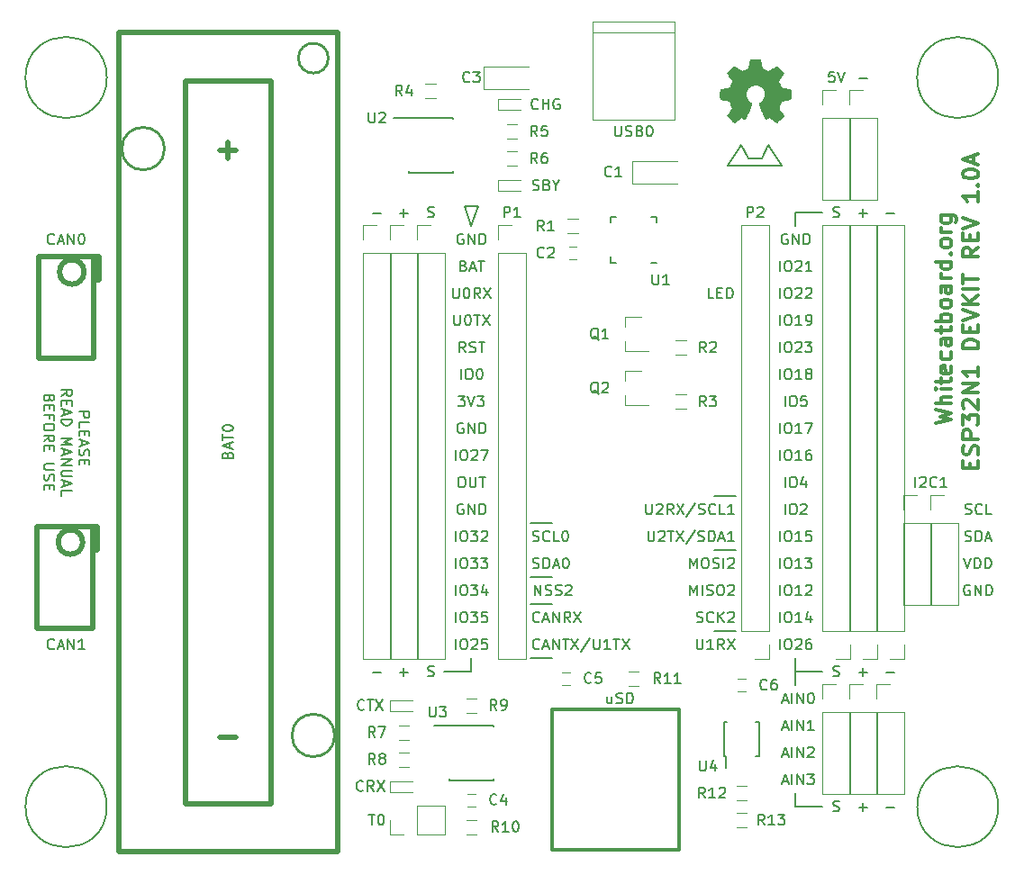
<source format=gbr>
G04 #@! TF.FileFunction,Legend,Top*
%FSLAX46Y46*%
G04 Gerber Fmt 4.6, Leading zero omitted, Abs format (unit mm)*
G04 Created by KiCad (PCBNEW 4.0.7) date 11/01/17 14:25:33*
%MOMM*%
%LPD*%
G01*
G04 APERTURE LIST*
%ADD10C,0.100000*%
%ADD11C,0.150000*%
%ADD12C,0.200000*%
%ADD13C,0.300000*%
%ADD14C,0.304800*%
%ADD15C,0.120000*%
%ADD16C,0.512000*%
%ADD17C,0.254000*%
%ADD18C,0.010000*%
%ADD19C,0.500000*%
G04 APERTURE END LIST*
D10*
D11*
X192857619Y-109672381D02*
X192857619Y-108672381D01*
X193286190Y-108767619D02*
X193333809Y-108720000D01*
X193429047Y-108672381D01*
X193667143Y-108672381D01*
X193762381Y-108720000D01*
X193810000Y-108767619D01*
X193857619Y-108862857D01*
X193857619Y-108958095D01*
X193810000Y-109100952D01*
X193238571Y-109672381D01*
X193857619Y-109672381D01*
X194857619Y-109577143D02*
X194810000Y-109624762D01*
X194667143Y-109672381D01*
X194571905Y-109672381D01*
X194429047Y-109624762D01*
X194333809Y-109529524D01*
X194286190Y-109434286D01*
X194238571Y-109243810D01*
X194238571Y-109100952D01*
X194286190Y-108910476D01*
X194333809Y-108815238D01*
X194429047Y-108720000D01*
X194571905Y-108672381D01*
X194667143Y-108672381D01*
X194810000Y-108720000D01*
X194857619Y-108767619D01*
X195810000Y-109672381D02*
X195238571Y-109672381D01*
X195524285Y-109672381D02*
X195524285Y-108672381D01*
X195429047Y-108815238D01*
X195333809Y-108910476D01*
X195238571Y-108958095D01*
X197993096Y-118880000D02*
X197897858Y-118832381D01*
X197755001Y-118832381D01*
X197612143Y-118880000D01*
X197516905Y-118975238D01*
X197469286Y-119070476D01*
X197421667Y-119260952D01*
X197421667Y-119403810D01*
X197469286Y-119594286D01*
X197516905Y-119689524D01*
X197612143Y-119784762D01*
X197755001Y-119832381D01*
X197850239Y-119832381D01*
X197993096Y-119784762D01*
X198040715Y-119737143D01*
X198040715Y-119403810D01*
X197850239Y-119403810D01*
X198469286Y-119832381D02*
X198469286Y-118832381D01*
X199040715Y-119832381D01*
X199040715Y-118832381D01*
X199516905Y-119832381D02*
X199516905Y-118832381D01*
X199755000Y-118832381D01*
X199897858Y-118880000D01*
X199993096Y-118975238D01*
X200040715Y-119070476D01*
X200088334Y-119260952D01*
X200088334Y-119403810D01*
X200040715Y-119594286D01*
X199993096Y-119689524D01*
X199897858Y-119784762D01*
X199755000Y-119832381D01*
X199516905Y-119832381D01*
X197421667Y-116292381D02*
X197755000Y-117292381D01*
X198088334Y-116292381D01*
X198421667Y-117292381D02*
X198421667Y-116292381D01*
X198659762Y-116292381D01*
X198802620Y-116340000D01*
X198897858Y-116435238D01*
X198945477Y-116530476D01*
X198993096Y-116720952D01*
X198993096Y-116863810D01*
X198945477Y-117054286D01*
X198897858Y-117149524D01*
X198802620Y-117244762D01*
X198659762Y-117292381D01*
X198421667Y-117292381D01*
X199421667Y-117292381D02*
X199421667Y-116292381D01*
X199659762Y-116292381D01*
X199802620Y-116340000D01*
X199897858Y-116435238D01*
X199945477Y-116530476D01*
X199993096Y-116720952D01*
X199993096Y-116863810D01*
X199945477Y-117054286D01*
X199897858Y-117149524D01*
X199802620Y-117244762D01*
X199659762Y-117292381D01*
X199421667Y-117292381D01*
X197540714Y-114704762D02*
X197683571Y-114752381D01*
X197921667Y-114752381D01*
X198016905Y-114704762D01*
X198064524Y-114657143D01*
X198112143Y-114561905D01*
X198112143Y-114466667D01*
X198064524Y-114371429D01*
X198016905Y-114323810D01*
X197921667Y-114276190D01*
X197731190Y-114228571D01*
X197635952Y-114180952D01*
X197588333Y-114133333D01*
X197540714Y-114038095D01*
X197540714Y-113942857D01*
X197588333Y-113847619D01*
X197635952Y-113800000D01*
X197731190Y-113752381D01*
X197969286Y-113752381D01*
X198112143Y-113800000D01*
X198540714Y-114752381D02*
X198540714Y-113752381D01*
X198778809Y-113752381D01*
X198921667Y-113800000D01*
X199016905Y-113895238D01*
X199064524Y-113990476D01*
X199112143Y-114180952D01*
X199112143Y-114323810D01*
X199064524Y-114514286D01*
X199016905Y-114609524D01*
X198921667Y-114704762D01*
X198778809Y-114752381D01*
X198540714Y-114752381D01*
X199493095Y-114466667D02*
X199969286Y-114466667D01*
X199397857Y-114752381D02*
X199731190Y-113752381D01*
X200064524Y-114752381D01*
X197564524Y-112164762D02*
X197707381Y-112212381D01*
X197945477Y-112212381D01*
X198040715Y-112164762D01*
X198088334Y-112117143D01*
X198135953Y-112021905D01*
X198135953Y-111926667D01*
X198088334Y-111831429D01*
X198040715Y-111783810D01*
X197945477Y-111736190D01*
X197755000Y-111688571D01*
X197659762Y-111640952D01*
X197612143Y-111593333D01*
X197564524Y-111498095D01*
X197564524Y-111402857D01*
X197612143Y-111307619D01*
X197659762Y-111260000D01*
X197755000Y-111212381D01*
X197993096Y-111212381D01*
X198135953Y-111260000D01*
X199135953Y-112117143D02*
X199088334Y-112164762D01*
X198945477Y-112212381D01*
X198850239Y-112212381D01*
X198707381Y-112164762D01*
X198612143Y-112069524D01*
X198564524Y-111974286D01*
X198516905Y-111783810D01*
X198516905Y-111640952D01*
X198564524Y-111450476D01*
X198612143Y-111355238D01*
X198707381Y-111260000D01*
X198850239Y-111212381D01*
X198945477Y-111212381D01*
X199088334Y-111260000D01*
X199135953Y-111307619D01*
X200040715Y-112212381D02*
X199564524Y-112212381D01*
X199564524Y-111212381D01*
D12*
X116846873Y-139700000D02*
G75*
G03X116846873Y-139700000I-3816873J0D01*
G01*
X200655764Y-139700000D02*
G75*
G03X200655764Y-139700000I-3805764J0D01*
G01*
X200666873Y-71120000D02*
G75*
G03X200666873Y-71120000I-3816873J0D01*
G01*
X116853734Y-71120000D02*
G75*
G03X116853734Y-71120000I-3823734J0D01*
G01*
D11*
X114227619Y-102552857D02*
X115227619Y-102552857D01*
X115227619Y-102933810D01*
X115180000Y-103029048D01*
X115132381Y-103076667D01*
X115037143Y-103124286D01*
X114894286Y-103124286D01*
X114799048Y-103076667D01*
X114751429Y-103029048D01*
X114703810Y-102933810D01*
X114703810Y-102552857D01*
X114227619Y-104029048D02*
X114227619Y-103552857D01*
X115227619Y-103552857D01*
X114751429Y-104362381D02*
X114751429Y-104695715D01*
X114227619Y-104838572D02*
X114227619Y-104362381D01*
X115227619Y-104362381D01*
X115227619Y-104838572D01*
X114513333Y-105219524D02*
X114513333Y-105695715D01*
X114227619Y-105124286D02*
X115227619Y-105457619D01*
X114227619Y-105790953D01*
X114275238Y-106076667D02*
X114227619Y-106219524D01*
X114227619Y-106457620D01*
X114275238Y-106552858D01*
X114322857Y-106600477D01*
X114418095Y-106648096D01*
X114513333Y-106648096D01*
X114608571Y-106600477D01*
X114656190Y-106552858D01*
X114703810Y-106457620D01*
X114751429Y-106267143D01*
X114799048Y-106171905D01*
X114846667Y-106124286D01*
X114941905Y-106076667D01*
X115037143Y-106076667D01*
X115132381Y-106124286D01*
X115180000Y-106171905D01*
X115227619Y-106267143D01*
X115227619Y-106505239D01*
X115180000Y-106648096D01*
X114751429Y-107076667D02*
X114751429Y-107410001D01*
X114227619Y-107552858D02*
X114227619Y-107076667D01*
X115227619Y-107076667D01*
X115227619Y-107552858D01*
X112577619Y-101076667D02*
X113053810Y-100743333D01*
X112577619Y-100505238D02*
X113577619Y-100505238D01*
X113577619Y-100886191D01*
X113530000Y-100981429D01*
X113482381Y-101029048D01*
X113387143Y-101076667D01*
X113244286Y-101076667D01*
X113149048Y-101029048D01*
X113101429Y-100981429D01*
X113053810Y-100886191D01*
X113053810Y-100505238D01*
X113101429Y-101505238D02*
X113101429Y-101838572D01*
X112577619Y-101981429D02*
X112577619Y-101505238D01*
X113577619Y-101505238D01*
X113577619Y-101981429D01*
X112863333Y-102362381D02*
X112863333Y-102838572D01*
X112577619Y-102267143D02*
X113577619Y-102600476D01*
X112577619Y-102933810D01*
X112577619Y-103267143D02*
X113577619Y-103267143D01*
X113577619Y-103505238D01*
X113530000Y-103648096D01*
X113434762Y-103743334D01*
X113339524Y-103790953D01*
X113149048Y-103838572D01*
X113006190Y-103838572D01*
X112815714Y-103790953D01*
X112720476Y-103743334D01*
X112625238Y-103648096D01*
X112577619Y-103505238D01*
X112577619Y-103267143D01*
X112577619Y-105029048D02*
X113577619Y-105029048D01*
X112863333Y-105362382D01*
X113577619Y-105695715D01*
X112577619Y-105695715D01*
X112863333Y-106124286D02*
X112863333Y-106600477D01*
X112577619Y-106029048D02*
X113577619Y-106362381D01*
X112577619Y-106695715D01*
X112577619Y-107029048D02*
X113577619Y-107029048D01*
X112577619Y-107600477D01*
X113577619Y-107600477D01*
X113577619Y-108076667D02*
X112768095Y-108076667D01*
X112672857Y-108124286D01*
X112625238Y-108171905D01*
X112577619Y-108267143D01*
X112577619Y-108457620D01*
X112625238Y-108552858D01*
X112672857Y-108600477D01*
X112768095Y-108648096D01*
X113577619Y-108648096D01*
X112863333Y-109076667D02*
X112863333Y-109552858D01*
X112577619Y-108981429D02*
X113577619Y-109314762D01*
X112577619Y-109648096D01*
X112577619Y-110457620D02*
X112577619Y-109981429D01*
X113577619Y-109981429D01*
X111451429Y-101290953D02*
X111403810Y-101433810D01*
X111356190Y-101481429D01*
X111260952Y-101529048D01*
X111118095Y-101529048D01*
X111022857Y-101481429D01*
X110975238Y-101433810D01*
X110927619Y-101338572D01*
X110927619Y-100957619D01*
X111927619Y-100957619D01*
X111927619Y-101290953D01*
X111880000Y-101386191D01*
X111832381Y-101433810D01*
X111737143Y-101481429D01*
X111641905Y-101481429D01*
X111546667Y-101433810D01*
X111499048Y-101386191D01*
X111451429Y-101290953D01*
X111451429Y-100957619D01*
X111451429Y-101957619D02*
X111451429Y-102290953D01*
X110927619Y-102433810D02*
X110927619Y-101957619D01*
X111927619Y-101957619D01*
X111927619Y-102433810D01*
X111451429Y-103195715D02*
X111451429Y-102862381D01*
X110927619Y-102862381D02*
X111927619Y-102862381D01*
X111927619Y-103338572D01*
X111927619Y-103910000D02*
X111927619Y-104100477D01*
X111880000Y-104195715D01*
X111784762Y-104290953D01*
X111594286Y-104338572D01*
X111260952Y-104338572D01*
X111070476Y-104290953D01*
X110975238Y-104195715D01*
X110927619Y-104100477D01*
X110927619Y-103910000D01*
X110975238Y-103814762D01*
X111070476Y-103719524D01*
X111260952Y-103671905D01*
X111594286Y-103671905D01*
X111784762Y-103719524D01*
X111880000Y-103814762D01*
X111927619Y-103910000D01*
X110927619Y-105338572D02*
X111403810Y-105005238D01*
X110927619Y-104767143D02*
X111927619Y-104767143D01*
X111927619Y-105148096D01*
X111880000Y-105243334D01*
X111832381Y-105290953D01*
X111737143Y-105338572D01*
X111594286Y-105338572D01*
X111499048Y-105290953D01*
X111451429Y-105243334D01*
X111403810Y-105148096D01*
X111403810Y-104767143D01*
X111451429Y-105767143D02*
X111451429Y-106100477D01*
X110927619Y-106243334D02*
X110927619Y-105767143D01*
X111927619Y-105767143D01*
X111927619Y-106243334D01*
X111927619Y-107433810D02*
X111118095Y-107433810D01*
X111022857Y-107481429D01*
X110975238Y-107529048D01*
X110927619Y-107624286D01*
X110927619Y-107814763D01*
X110975238Y-107910001D01*
X111022857Y-107957620D01*
X111118095Y-108005239D01*
X111927619Y-108005239D01*
X110975238Y-108433810D02*
X110927619Y-108576667D01*
X110927619Y-108814763D01*
X110975238Y-108910001D01*
X111022857Y-108957620D01*
X111118095Y-109005239D01*
X111213333Y-109005239D01*
X111308571Y-108957620D01*
X111356190Y-108910001D01*
X111403810Y-108814763D01*
X111451429Y-108624286D01*
X111499048Y-108529048D01*
X111546667Y-108481429D01*
X111641905Y-108433810D01*
X111737143Y-108433810D01*
X111832381Y-108481429D01*
X111880000Y-108529048D01*
X111927619Y-108624286D01*
X111927619Y-108862382D01*
X111880000Y-109005239D01*
X111451429Y-109433810D02*
X111451429Y-109767144D01*
X110927619Y-109910001D02*
X110927619Y-109433810D01*
X111927619Y-109433810D01*
X111927619Y-109910001D01*
D12*
X150495000Y-83185000D02*
X151130000Y-85090000D01*
X151765000Y-83185000D02*
X150495000Y-83185000D01*
X151130000Y-85090000D02*
X151765000Y-83185000D01*
X180340000Y-79375000D02*
X175260000Y-79375000D01*
X179070000Y-77470000D02*
X180340000Y-79375000D01*
X178435000Y-78740000D02*
X179070000Y-77470000D01*
X177165000Y-78740000D02*
X178435000Y-78740000D01*
X176530000Y-77470000D02*
X177165000Y-78740000D01*
X176530000Y-77470000D02*
X175260000Y-79375000D01*
D11*
X187579048Y-71191429D02*
X188340953Y-71191429D01*
X185229524Y-70572381D02*
X184753333Y-70572381D01*
X184705714Y-71048571D01*
X184753333Y-71000952D01*
X184848571Y-70953333D01*
X185086667Y-70953333D01*
X185181905Y-71000952D01*
X185229524Y-71048571D01*
X185277143Y-71143810D01*
X185277143Y-71381905D01*
X185229524Y-71477143D01*
X185181905Y-71524762D01*
X185086667Y-71572381D01*
X184848571Y-71572381D01*
X184753333Y-71524762D01*
X184705714Y-71477143D01*
X185562857Y-70572381D02*
X185896190Y-71572381D01*
X186229524Y-70572381D01*
D12*
X181610000Y-139700000D02*
X181610000Y-138430000D01*
X184150000Y-139700000D02*
X181610000Y-139700000D01*
D11*
X190119048Y-139771429D02*
X190880953Y-139771429D01*
X187579048Y-139771429D02*
X188340953Y-139771429D01*
X187960001Y-140152381D02*
X187960001Y-139390476D01*
X185134286Y-140104762D02*
X185277143Y-140152381D01*
X185515239Y-140152381D01*
X185610477Y-140104762D01*
X185658096Y-140057143D01*
X185705715Y-139961905D01*
X185705715Y-139866667D01*
X185658096Y-139771429D01*
X185610477Y-139723810D01*
X185515239Y-139676190D01*
X185324762Y-139628571D01*
X185229524Y-139580952D01*
X185181905Y-139533333D01*
X185134286Y-139438095D01*
X185134286Y-139342857D01*
X185181905Y-139247619D01*
X185229524Y-139200000D01*
X185324762Y-139152381D01*
X185562858Y-139152381D01*
X185705715Y-139200000D01*
D12*
X181610000Y-128270000D02*
X181610000Y-127000000D01*
D11*
X180372143Y-137326667D02*
X180848334Y-137326667D01*
X180276905Y-137612381D02*
X180610238Y-136612381D01*
X180943572Y-137612381D01*
X181276905Y-137612381D02*
X181276905Y-136612381D01*
X181753095Y-137612381D02*
X181753095Y-136612381D01*
X182324524Y-137612381D01*
X182324524Y-136612381D01*
X182705476Y-136612381D02*
X183324524Y-136612381D01*
X182991190Y-136993333D01*
X183134048Y-136993333D01*
X183229286Y-137040952D01*
X183276905Y-137088571D01*
X183324524Y-137183810D01*
X183324524Y-137421905D01*
X183276905Y-137517143D01*
X183229286Y-137564762D01*
X183134048Y-137612381D01*
X182848333Y-137612381D01*
X182753095Y-137564762D01*
X182705476Y-137517143D01*
X180372143Y-134786667D02*
X180848334Y-134786667D01*
X180276905Y-135072381D02*
X180610238Y-134072381D01*
X180943572Y-135072381D01*
X181276905Y-135072381D02*
X181276905Y-134072381D01*
X181753095Y-135072381D02*
X181753095Y-134072381D01*
X182324524Y-135072381D01*
X182324524Y-134072381D01*
X182753095Y-134167619D02*
X182800714Y-134120000D01*
X182895952Y-134072381D01*
X183134048Y-134072381D01*
X183229286Y-134120000D01*
X183276905Y-134167619D01*
X183324524Y-134262857D01*
X183324524Y-134358095D01*
X183276905Y-134500952D01*
X182705476Y-135072381D01*
X183324524Y-135072381D01*
X180372143Y-132246667D02*
X180848334Y-132246667D01*
X180276905Y-132532381D02*
X180610238Y-131532381D01*
X180943572Y-132532381D01*
X181276905Y-132532381D02*
X181276905Y-131532381D01*
X181753095Y-132532381D02*
X181753095Y-131532381D01*
X182324524Y-132532381D01*
X182324524Y-131532381D01*
X183324524Y-132532381D02*
X182753095Y-132532381D01*
X183038809Y-132532381D02*
X183038809Y-131532381D01*
X182943571Y-131675238D01*
X182848333Y-131770476D01*
X182753095Y-131818095D01*
X180372143Y-129706667D02*
X180848334Y-129706667D01*
X180276905Y-129992381D02*
X180610238Y-128992381D01*
X180943572Y-129992381D01*
X181276905Y-129992381D02*
X181276905Y-128992381D01*
X181753095Y-129992381D02*
X181753095Y-128992381D01*
X182324524Y-129992381D01*
X182324524Y-128992381D01*
X182991190Y-128992381D02*
X183086429Y-128992381D01*
X183181667Y-129040000D01*
X183229286Y-129087619D01*
X183276905Y-129182857D01*
X183324524Y-129373333D01*
X183324524Y-129611429D01*
X183276905Y-129801905D01*
X183229286Y-129897143D01*
X183181667Y-129944762D01*
X183086429Y-129992381D01*
X182991190Y-129992381D01*
X182895952Y-129944762D01*
X182848333Y-129897143D01*
X182800714Y-129801905D01*
X182753095Y-129611429D01*
X182753095Y-129373333D01*
X182800714Y-129182857D01*
X182848333Y-129087619D01*
X182895952Y-129040000D01*
X182991190Y-128992381D01*
X157083095Y-119832381D02*
X157083095Y-118832381D01*
X157654524Y-119832381D01*
X157654524Y-118832381D01*
X158083095Y-119784762D02*
X158225952Y-119832381D01*
X158464048Y-119832381D01*
X158559286Y-119784762D01*
X158606905Y-119737143D01*
X158654524Y-119641905D01*
X158654524Y-119546667D01*
X158606905Y-119451429D01*
X158559286Y-119403810D01*
X158464048Y-119356190D01*
X158273571Y-119308571D01*
X158178333Y-119260952D01*
X158130714Y-119213333D01*
X158083095Y-119118095D01*
X158083095Y-119022857D01*
X158130714Y-118927619D01*
X158178333Y-118880000D01*
X158273571Y-118832381D01*
X158511667Y-118832381D01*
X158654524Y-118880000D01*
X159035476Y-119784762D02*
X159178333Y-119832381D01*
X159416429Y-119832381D01*
X159511667Y-119784762D01*
X159559286Y-119737143D01*
X159606905Y-119641905D01*
X159606905Y-119546667D01*
X159559286Y-119451429D01*
X159511667Y-119403810D01*
X159416429Y-119356190D01*
X159225952Y-119308571D01*
X159130714Y-119260952D01*
X159083095Y-119213333D01*
X159035476Y-119118095D01*
X159035476Y-119022857D01*
X159083095Y-118927619D01*
X159130714Y-118880000D01*
X159225952Y-118832381D01*
X159464048Y-118832381D01*
X159606905Y-118880000D01*
X159987857Y-118927619D02*
X160035476Y-118880000D01*
X160130714Y-118832381D01*
X160368810Y-118832381D01*
X160464048Y-118880000D01*
X160511667Y-118927619D01*
X160559286Y-119022857D01*
X160559286Y-119118095D01*
X160511667Y-119260952D01*
X159940238Y-119832381D01*
X160559286Y-119832381D01*
X173895000Y-91892381D02*
X173418809Y-91892381D01*
X173418809Y-90892381D01*
X174228333Y-91368571D02*
X174561667Y-91368571D01*
X174704524Y-91892381D02*
X174228333Y-91892381D01*
X174228333Y-90892381D01*
X174704524Y-90892381D01*
X175133095Y-91892381D02*
X175133095Y-90892381D01*
X175371190Y-90892381D01*
X175514048Y-90940000D01*
X175609286Y-91035238D01*
X175656905Y-91130476D01*
X175704524Y-91320952D01*
X175704524Y-91463810D01*
X175656905Y-91654286D01*
X175609286Y-91749524D01*
X175514048Y-91844762D01*
X175371190Y-91892381D01*
X175133095Y-91892381D01*
X164338096Y-129325714D02*
X164338096Y-129992381D01*
X163909524Y-129325714D02*
X163909524Y-129849524D01*
X163957143Y-129944762D01*
X164052381Y-129992381D01*
X164195239Y-129992381D01*
X164290477Y-129944762D01*
X164338096Y-129897143D01*
X164766667Y-129944762D02*
X164909524Y-129992381D01*
X165147620Y-129992381D01*
X165242858Y-129944762D01*
X165290477Y-129897143D01*
X165338096Y-129801905D01*
X165338096Y-129706667D01*
X165290477Y-129611429D01*
X165242858Y-129563810D01*
X165147620Y-129516190D01*
X164957143Y-129468571D01*
X164861905Y-129420952D01*
X164814286Y-129373333D01*
X164766667Y-129278095D01*
X164766667Y-129182857D01*
X164814286Y-129087619D01*
X164861905Y-129040000D01*
X164957143Y-128992381D01*
X165195239Y-128992381D01*
X165338096Y-129040000D01*
X165766667Y-129992381D02*
X165766667Y-128992381D01*
X166004762Y-128992381D01*
X166147620Y-129040000D01*
X166242858Y-129135238D01*
X166290477Y-129230476D01*
X166338096Y-129420952D01*
X166338096Y-129563810D01*
X166290477Y-129754286D01*
X166242858Y-129849524D01*
X166147620Y-129944762D01*
X166004762Y-129992381D01*
X165766667Y-129992381D01*
X141057381Y-130532143D02*
X141009762Y-130579762D01*
X140866905Y-130627381D01*
X140771667Y-130627381D01*
X140628809Y-130579762D01*
X140533571Y-130484524D01*
X140485952Y-130389286D01*
X140438333Y-130198810D01*
X140438333Y-130055952D01*
X140485952Y-129865476D01*
X140533571Y-129770238D01*
X140628809Y-129675000D01*
X140771667Y-129627381D01*
X140866905Y-129627381D01*
X141009762Y-129675000D01*
X141057381Y-129722619D01*
X141343095Y-129627381D02*
X141914524Y-129627381D01*
X141628809Y-130627381D02*
X141628809Y-129627381D01*
X142152619Y-129627381D02*
X142819286Y-130627381D01*
X142819286Y-129627381D02*
X142152619Y-130627381D01*
X140938334Y-138152143D02*
X140890715Y-138199762D01*
X140747858Y-138247381D01*
X140652620Y-138247381D01*
X140509762Y-138199762D01*
X140414524Y-138104524D01*
X140366905Y-138009286D01*
X140319286Y-137818810D01*
X140319286Y-137675952D01*
X140366905Y-137485476D01*
X140414524Y-137390238D01*
X140509762Y-137295000D01*
X140652620Y-137247381D01*
X140747858Y-137247381D01*
X140890715Y-137295000D01*
X140938334Y-137342619D01*
X141938334Y-138247381D02*
X141605000Y-137771190D01*
X141366905Y-138247381D02*
X141366905Y-137247381D01*
X141747858Y-137247381D01*
X141843096Y-137295000D01*
X141890715Y-137342619D01*
X141938334Y-137437857D01*
X141938334Y-137580714D01*
X141890715Y-137675952D01*
X141843096Y-137723571D01*
X141747858Y-137771190D01*
X141366905Y-137771190D01*
X142271667Y-137247381D02*
X142938334Y-138247381D01*
X142938334Y-137247381D02*
X142271667Y-138247381D01*
X156900714Y-81684762D02*
X157043571Y-81732381D01*
X157281667Y-81732381D01*
X157376905Y-81684762D01*
X157424524Y-81637143D01*
X157472143Y-81541905D01*
X157472143Y-81446667D01*
X157424524Y-81351429D01*
X157376905Y-81303810D01*
X157281667Y-81256190D01*
X157091190Y-81208571D01*
X156995952Y-81160952D01*
X156948333Y-81113333D01*
X156900714Y-81018095D01*
X156900714Y-80922857D01*
X156948333Y-80827619D01*
X156995952Y-80780000D01*
X157091190Y-80732381D01*
X157329286Y-80732381D01*
X157472143Y-80780000D01*
X158234048Y-81208571D02*
X158376905Y-81256190D01*
X158424524Y-81303810D01*
X158472143Y-81399048D01*
X158472143Y-81541905D01*
X158424524Y-81637143D01*
X158376905Y-81684762D01*
X158281667Y-81732381D01*
X157900714Y-81732381D01*
X157900714Y-80732381D01*
X158234048Y-80732381D01*
X158329286Y-80780000D01*
X158376905Y-80827619D01*
X158424524Y-80922857D01*
X158424524Y-81018095D01*
X158376905Y-81113333D01*
X158329286Y-81160952D01*
X158234048Y-81208571D01*
X157900714Y-81208571D01*
X159091190Y-81256190D02*
X159091190Y-81732381D01*
X158757857Y-80732381D02*
X159091190Y-81256190D01*
X159424524Y-80732381D01*
X157400715Y-74017143D02*
X157353096Y-74064762D01*
X157210239Y-74112381D01*
X157115001Y-74112381D01*
X156972143Y-74064762D01*
X156876905Y-73969524D01*
X156829286Y-73874286D01*
X156781667Y-73683810D01*
X156781667Y-73540952D01*
X156829286Y-73350476D01*
X156876905Y-73255238D01*
X156972143Y-73160000D01*
X157115001Y-73112381D01*
X157210239Y-73112381D01*
X157353096Y-73160000D01*
X157400715Y-73207619D01*
X157829286Y-74112381D02*
X157829286Y-73112381D01*
X157829286Y-73588571D02*
X158400715Y-73588571D01*
X158400715Y-74112381D02*
X158400715Y-73112381D01*
X159400715Y-73160000D02*
X159305477Y-73112381D01*
X159162620Y-73112381D01*
X159019762Y-73160000D01*
X158924524Y-73255238D01*
X158876905Y-73350476D01*
X158829286Y-73540952D01*
X158829286Y-73683810D01*
X158876905Y-73874286D01*
X158924524Y-73969524D01*
X159019762Y-74064762D01*
X159162620Y-74112381D01*
X159257858Y-74112381D01*
X159400715Y-74064762D01*
X159448334Y-74017143D01*
X159448334Y-73683810D01*
X159257858Y-73683810D01*
D13*
X194753571Y-103646571D02*
X196253571Y-103289428D01*
X195182143Y-103003714D01*
X196253571Y-102718000D01*
X194753571Y-102360857D01*
X196253571Y-101789428D02*
X194753571Y-101789428D01*
X196253571Y-101146571D02*
X195467857Y-101146571D01*
X195325000Y-101218000D01*
X195253571Y-101360857D01*
X195253571Y-101575142D01*
X195325000Y-101718000D01*
X195396429Y-101789428D01*
X196253571Y-100432285D02*
X195253571Y-100432285D01*
X194753571Y-100432285D02*
X194825000Y-100503714D01*
X194896429Y-100432285D01*
X194825000Y-100360857D01*
X194753571Y-100432285D01*
X194896429Y-100432285D01*
X195253571Y-99932285D02*
X195253571Y-99360856D01*
X194753571Y-99717999D02*
X196039286Y-99717999D01*
X196182143Y-99646571D01*
X196253571Y-99503713D01*
X196253571Y-99360856D01*
X196182143Y-98289428D02*
X196253571Y-98432285D01*
X196253571Y-98717999D01*
X196182143Y-98860856D01*
X196039286Y-98932285D01*
X195467857Y-98932285D01*
X195325000Y-98860856D01*
X195253571Y-98717999D01*
X195253571Y-98432285D01*
X195325000Y-98289428D01*
X195467857Y-98217999D01*
X195610714Y-98217999D01*
X195753571Y-98932285D01*
X196182143Y-96932285D02*
X196253571Y-97075142D01*
X196253571Y-97360856D01*
X196182143Y-97503714D01*
X196110714Y-97575142D01*
X195967857Y-97646571D01*
X195539286Y-97646571D01*
X195396429Y-97575142D01*
X195325000Y-97503714D01*
X195253571Y-97360856D01*
X195253571Y-97075142D01*
X195325000Y-96932285D01*
X196253571Y-95646571D02*
X195467857Y-95646571D01*
X195325000Y-95718000D01*
X195253571Y-95860857D01*
X195253571Y-96146571D01*
X195325000Y-96289428D01*
X196182143Y-95646571D02*
X196253571Y-95789428D01*
X196253571Y-96146571D01*
X196182143Y-96289428D01*
X196039286Y-96360857D01*
X195896429Y-96360857D01*
X195753571Y-96289428D01*
X195682143Y-96146571D01*
X195682143Y-95789428D01*
X195610714Y-95646571D01*
X195253571Y-95146571D02*
X195253571Y-94575142D01*
X194753571Y-94932285D02*
X196039286Y-94932285D01*
X196182143Y-94860857D01*
X196253571Y-94717999D01*
X196253571Y-94575142D01*
X196253571Y-94075142D02*
X194753571Y-94075142D01*
X195325000Y-94075142D02*
X195253571Y-93932285D01*
X195253571Y-93646571D01*
X195325000Y-93503714D01*
X195396429Y-93432285D01*
X195539286Y-93360856D01*
X195967857Y-93360856D01*
X196110714Y-93432285D01*
X196182143Y-93503714D01*
X196253571Y-93646571D01*
X196253571Y-93932285D01*
X196182143Y-94075142D01*
X196253571Y-92503713D02*
X196182143Y-92646571D01*
X196110714Y-92717999D01*
X195967857Y-92789428D01*
X195539286Y-92789428D01*
X195396429Y-92717999D01*
X195325000Y-92646571D01*
X195253571Y-92503713D01*
X195253571Y-92289428D01*
X195325000Y-92146571D01*
X195396429Y-92075142D01*
X195539286Y-92003713D01*
X195967857Y-92003713D01*
X196110714Y-92075142D01*
X196182143Y-92146571D01*
X196253571Y-92289428D01*
X196253571Y-92503713D01*
X196253571Y-90717999D02*
X195467857Y-90717999D01*
X195325000Y-90789428D01*
X195253571Y-90932285D01*
X195253571Y-91217999D01*
X195325000Y-91360856D01*
X196182143Y-90717999D02*
X196253571Y-90860856D01*
X196253571Y-91217999D01*
X196182143Y-91360856D01*
X196039286Y-91432285D01*
X195896429Y-91432285D01*
X195753571Y-91360856D01*
X195682143Y-91217999D01*
X195682143Y-90860856D01*
X195610714Y-90717999D01*
X196253571Y-90003713D02*
X195253571Y-90003713D01*
X195539286Y-90003713D02*
X195396429Y-89932285D01*
X195325000Y-89860856D01*
X195253571Y-89717999D01*
X195253571Y-89575142D01*
X196253571Y-88432285D02*
X194753571Y-88432285D01*
X196182143Y-88432285D02*
X196253571Y-88575142D01*
X196253571Y-88860856D01*
X196182143Y-89003714D01*
X196110714Y-89075142D01*
X195967857Y-89146571D01*
X195539286Y-89146571D01*
X195396429Y-89075142D01*
X195325000Y-89003714D01*
X195253571Y-88860856D01*
X195253571Y-88575142D01*
X195325000Y-88432285D01*
X196110714Y-87717999D02*
X196182143Y-87646571D01*
X196253571Y-87717999D01*
X196182143Y-87789428D01*
X196110714Y-87717999D01*
X196253571Y-87717999D01*
X196253571Y-86789427D02*
X196182143Y-86932285D01*
X196110714Y-87003713D01*
X195967857Y-87075142D01*
X195539286Y-87075142D01*
X195396429Y-87003713D01*
X195325000Y-86932285D01*
X195253571Y-86789427D01*
X195253571Y-86575142D01*
X195325000Y-86432285D01*
X195396429Y-86360856D01*
X195539286Y-86289427D01*
X195967857Y-86289427D01*
X196110714Y-86360856D01*
X196182143Y-86432285D01*
X196253571Y-86575142D01*
X196253571Y-86789427D01*
X196253571Y-85646570D02*
X195253571Y-85646570D01*
X195539286Y-85646570D02*
X195396429Y-85575142D01*
X195325000Y-85503713D01*
X195253571Y-85360856D01*
X195253571Y-85217999D01*
X195253571Y-84075142D02*
X196467857Y-84075142D01*
X196610714Y-84146571D01*
X196682143Y-84217999D01*
X196753571Y-84360856D01*
X196753571Y-84575142D01*
X196682143Y-84717999D01*
X196182143Y-84075142D02*
X196253571Y-84217999D01*
X196253571Y-84503713D01*
X196182143Y-84646571D01*
X196110714Y-84717999D01*
X195967857Y-84789428D01*
X195539286Y-84789428D01*
X195396429Y-84717999D01*
X195325000Y-84646571D01*
X195253571Y-84503713D01*
X195253571Y-84217999D01*
X195325000Y-84075142D01*
X198017857Y-107896570D02*
X198017857Y-107396570D01*
X198803571Y-107182284D02*
X198803571Y-107896570D01*
X197303571Y-107896570D01*
X197303571Y-107182284D01*
X198732143Y-106610856D02*
X198803571Y-106396570D01*
X198803571Y-106039427D01*
X198732143Y-105896570D01*
X198660714Y-105825141D01*
X198517857Y-105753713D01*
X198375000Y-105753713D01*
X198232143Y-105825141D01*
X198160714Y-105896570D01*
X198089286Y-106039427D01*
X198017857Y-106325141D01*
X197946429Y-106467999D01*
X197875000Y-106539427D01*
X197732143Y-106610856D01*
X197589286Y-106610856D01*
X197446429Y-106539427D01*
X197375000Y-106467999D01*
X197303571Y-106325141D01*
X197303571Y-105967999D01*
X197375000Y-105753713D01*
X198803571Y-105110856D02*
X197303571Y-105110856D01*
X197303571Y-104539428D01*
X197375000Y-104396570D01*
X197446429Y-104325142D01*
X197589286Y-104253713D01*
X197803571Y-104253713D01*
X197946429Y-104325142D01*
X198017857Y-104396570D01*
X198089286Y-104539428D01*
X198089286Y-105110856D01*
X197303571Y-103753713D02*
X197303571Y-102825142D01*
X197875000Y-103325142D01*
X197875000Y-103110856D01*
X197946429Y-102967999D01*
X198017857Y-102896570D01*
X198160714Y-102825142D01*
X198517857Y-102825142D01*
X198660714Y-102896570D01*
X198732143Y-102967999D01*
X198803571Y-103110856D01*
X198803571Y-103539428D01*
X198732143Y-103682285D01*
X198660714Y-103753713D01*
X197446429Y-102253714D02*
X197375000Y-102182285D01*
X197303571Y-102039428D01*
X197303571Y-101682285D01*
X197375000Y-101539428D01*
X197446429Y-101467999D01*
X197589286Y-101396571D01*
X197732143Y-101396571D01*
X197946429Y-101467999D01*
X198803571Y-102325142D01*
X198803571Y-101396571D01*
X198803571Y-100753714D02*
X197303571Y-100753714D01*
X198803571Y-99896571D01*
X197303571Y-99896571D01*
X198803571Y-98396571D02*
X198803571Y-99253714D01*
X198803571Y-98825142D02*
X197303571Y-98825142D01*
X197517857Y-98967999D01*
X197660714Y-99110857D01*
X197732143Y-99253714D01*
X198803571Y-96610857D02*
X197303571Y-96610857D01*
X197303571Y-96253714D01*
X197375000Y-96039429D01*
X197517857Y-95896571D01*
X197660714Y-95825143D01*
X197946429Y-95753714D01*
X198160714Y-95753714D01*
X198446429Y-95825143D01*
X198589286Y-95896571D01*
X198732143Y-96039429D01*
X198803571Y-96253714D01*
X198803571Y-96610857D01*
X198017857Y-95110857D02*
X198017857Y-94610857D01*
X198803571Y-94396571D02*
X198803571Y-95110857D01*
X197303571Y-95110857D01*
X197303571Y-94396571D01*
X197303571Y-93968000D02*
X198803571Y-93468000D01*
X197303571Y-92968000D01*
X198803571Y-92468000D02*
X197303571Y-92468000D01*
X198803571Y-91610857D02*
X197946429Y-92253714D01*
X197303571Y-91610857D02*
X198160714Y-92468000D01*
X198803571Y-90968000D02*
X197303571Y-90968000D01*
X197303571Y-90468000D02*
X197303571Y-89610857D01*
X198803571Y-90039428D02*
X197303571Y-90039428D01*
X198803571Y-87110857D02*
X198089286Y-87610857D01*
X198803571Y-87968000D02*
X197303571Y-87968000D01*
X197303571Y-87396572D01*
X197375000Y-87253714D01*
X197446429Y-87182286D01*
X197589286Y-87110857D01*
X197803571Y-87110857D01*
X197946429Y-87182286D01*
X198017857Y-87253714D01*
X198089286Y-87396572D01*
X198089286Y-87968000D01*
X198017857Y-86468000D02*
X198017857Y-85968000D01*
X198803571Y-85753714D02*
X198803571Y-86468000D01*
X197303571Y-86468000D01*
X197303571Y-85753714D01*
X197303571Y-85325143D02*
X198803571Y-84825143D01*
X197303571Y-84325143D01*
X198803571Y-81896572D02*
X198803571Y-82753715D01*
X198803571Y-82325143D02*
X197303571Y-82325143D01*
X197517857Y-82468000D01*
X197660714Y-82610858D01*
X197732143Y-82753715D01*
X198660714Y-81253715D02*
X198732143Y-81182287D01*
X198803571Y-81253715D01*
X198732143Y-81325144D01*
X198660714Y-81253715D01*
X198803571Y-81253715D01*
X197303571Y-80253715D02*
X197303571Y-80110858D01*
X197375000Y-79968001D01*
X197446429Y-79896572D01*
X197589286Y-79825143D01*
X197875000Y-79753715D01*
X198232143Y-79753715D01*
X198517857Y-79825143D01*
X198660714Y-79896572D01*
X198732143Y-79968001D01*
X198803571Y-80110858D01*
X198803571Y-80253715D01*
X198732143Y-80396572D01*
X198660714Y-80468001D01*
X198517857Y-80539429D01*
X198232143Y-80610858D01*
X197875000Y-80610858D01*
X197589286Y-80539429D01*
X197446429Y-80468001D01*
X197375000Y-80396572D01*
X197303571Y-80253715D01*
X198375000Y-79182287D02*
X198375000Y-78468001D01*
X198803571Y-79325144D02*
X197303571Y-78825144D01*
X198803571Y-78325144D01*
D12*
X181610000Y-127000000D02*
X181610000Y-125730000D01*
X184150000Y-127000000D02*
X181610000Y-127000000D01*
D11*
X190119048Y-127071429D02*
X190880953Y-127071429D01*
X187579048Y-127071429D02*
X188340953Y-127071429D01*
X187960001Y-127452381D02*
X187960001Y-126690476D01*
X185134286Y-127404762D02*
X185277143Y-127452381D01*
X185515239Y-127452381D01*
X185610477Y-127404762D01*
X185658096Y-127357143D01*
X185705715Y-127261905D01*
X185705715Y-127166667D01*
X185658096Y-127071429D01*
X185610477Y-127023810D01*
X185515239Y-126976190D01*
X185324762Y-126928571D01*
X185229524Y-126880952D01*
X185181905Y-126833333D01*
X185134286Y-126738095D01*
X185134286Y-126642857D01*
X185181905Y-126547619D01*
X185229524Y-126500000D01*
X185324762Y-126452381D01*
X185562858Y-126452381D01*
X185705715Y-126500000D01*
D12*
X151130000Y-127000000D02*
X151130000Y-125730000D01*
X148590000Y-127000000D02*
X151130000Y-127000000D01*
D11*
X141859048Y-127071429D02*
X142620953Y-127071429D01*
X144399048Y-127071429D02*
X145160953Y-127071429D01*
X144780001Y-127452381D02*
X144780001Y-126690476D01*
X147034286Y-127404762D02*
X147177143Y-127452381D01*
X147415239Y-127452381D01*
X147510477Y-127404762D01*
X147558096Y-127357143D01*
X147605715Y-127261905D01*
X147605715Y-127166667D01*
X147558096Y-127071429D01*
X147510477Y-127023810D01*
X147415239Y-126976190D01*
X147224762Y-126928571D01*
X147129524Y-126880952D01*
X147081905Y-126833333D01*
X147034286Y-126738095D01*
X147034286Y-126642857D01*
X147081905Y-126547619D01*
X147129524Y-126500000D01*
X147224762Y-126452381D01*
X147462858Y-126452381D01*
X147605715Y-126500000D01*
X172307714Y-123912381D02*
X172307714Y-124721905D01*
X172355333Y-124817143D01*
X172402952Y-124864762D01*
X172498190Y-124912381D01*
X172688667Y-124912381D01*
X172783905Y-124864762D01*
X172831524Y-124817143D01*
X172879143Y-124721905D01*
X172879143Y-123912381D01*
X173879143Y-124912381D02*
X173307714Y-124912381D01*
X173593428Y-124912381D02*
X173593428Y-123912381D01*
X173498190Y-124055238D01*
X173402952Y-124150476D01*
X173307714Y-124198095D01*
X174879143Y-124912381D02*
X174545809Y-124436190D01*
X174307714Y-124912381D02*
X174307714Y-123912381D01*
X174688667Y-123912381D01*
X174783905Y-123960000D01*
X174831524Y-124007619D01*
X174879143Y-124102857D01*
X174879143Y-124245714D01*
X174831524Y-124340952D01*
X174783905Y-124388571D01*
X174688667Y-124436190D01*
X174307714Y-124436190D01*
X175212476Y-123912381D02*
X175879143Y-124912381D01*
X175879143Y-123912381D02*
X175212476Y-124912381D01*
D12*
X176022000Y-110490000D02*
X173990000Y-110490000D01*
D11*
X167736285Y-113752381D02*
X167736285Y-114561905D01*
X167783904Y-114657143D01*
X167831523Y-114704762D01*
X167926761Y-114752381D01*
X168117238Y-114752381D01*
X168212476Y-114704762D01*
X168260095Y-114657143D01*
X168307714Y-114561905D01*
X168307714Y-113752381D01*
X168736285Y-113847619D02*
X168783904Y-113800000D01*
X168879142Y-113752381D01*
X169117238Y-113752381D01*
X169212476Y-113800000D01*
X169260095Y-113847619D01*
X169307714Y-113942857D01*
X169307714Y-114038095D01*
X169260095Y-114180952D01*
X168688666Y-114752381D01*
X169307714Y-114752381D01*
X169593428Y-113752381D02*
X170164857Y-113752381D01*
X169879142Y-114752381D02*
X169879142Y-113752381D01*
X170402952Y-113752381D02*
X171069619Y-114752381D01*
X171069619Y-113752381D02*
X170402952Y-114752381D01*
X172164857Y-113704762D02*
X171307714Y-114990476D01*
X172450571Y-114704762D02*
X172593428Y-114752381D01*
X172831524Y-114752381D01*
X172926762Y-114704762D01*
X172974381Y-114657143D01*
X173022000Y-114561905D01*
X173022000Y-114466667D01*
X172974381Y-114371429D01*
X172926762Y-114323810D01*
X172831524Y-114276190D01*
X172641047Y-114228571D01*
X172545809Y-114180952D01*
X172498190Y-114133333D01*
X172450571Y-114038095D01*
X172450571Y-113942857D01*
X172498190Y-113847619D01*
X172545809Y-113800000D01*
X172641047Y-113752381D01*
X172879143Y-113752381D01*
X173022000Y-113800000D01*
X173450571Y-114752381D02*
X173450571Y-113752381D01*
X173688666Y-113752381D01*
X173831524Y-113800000D01*
X173926762Y-113895238D01*
X173974381Y-113990476D01*
X174022000Y-114180952D01*
X174022000Y-114323810D01*
X173974381Y-114514286D01*
X173926762Y-114609524D01*
X173831524Y-114704762D01*
X173688666Y-114752381D01*
X173450571Y-114752381D01*
X174402952Y-114466667D02*
X174879143Y-114466667D01*
X174307714Y-114752381D02*
X174641047Y-113752381D01*
X174974381Y-114752381D01*
X175831524Y-114752381D02*
X175260095Y-114752381D01*
X175545809Y-114752381D02*
X175545809Y-113752381D01*
X175450571Y-113895238D01*
X175355333Y-113990476D01*
X175260095Y-114038095D01*
D12*
X156718000Y-113030000D02*
X158750000Y-113030000D01*
X156718000Y-118110000D02*
X158750000Y-118110000D01*
D11*
X156908476Y-117244762D02*
X157051333Y-117292381D01*
X157289429Y-117292381D01*
X157384667Y-117244762D01*
X157432286Y-117197143D01*
X157479905Y-117101905D01*
X157479905Y-117006667D01*
X157432286Y-116911429D01*
X157384667Y-116863810D01*
X157289429Y-116816190D01*
X157098952Y-116768571D01*
X157003714Y-116720952D01*
X156956095Y-116673333D01*
X156908476Y-116578095D01*
X156908476Y-116482857D01*
X156956095Y-116387619D01*
X157003714Y-116340000D01*
X157098952Y-116292381D01*
X157337048Y-116292381D01*
X157479905Y-116340000D01*
X157908476Y-117292381D02*
X157908476Y-116292381D01*
X158146571Y-116292381D01*
X158289429Y-116340000D01*
X158384667Y-116435238D01*
X158432286Y-116530476D01*
X158479905Y-116720952D01*
X158479905Y-116863810D01*
X158432286Y-117054286D01*
X158384667Y-117149524D01*
X158289429Y-117244762D01*
X158146571Y-117292381D01*
X157908476Y-117292381D01*
X158860857Y-117006667D02*
X159337048Y-117006667D01*
X158765619Y-117292381D02*
X159098952Y-116292381D01*
X159432286Y-117292381D01*
X159956095Y-116292381D02*
X160051334Y-116292381D01*
X160146572Y-116340000D01*
X160194191Y-116387619D01*
X160241810Y-116482857D01*
X160289429Y-116673333D01*
X160289429Y-116911429D01*
X160241810Y-117101905D01*
X160194191Y-117197143D01*
X160146572Y-117244762D01*
X160051334Y-117292381D01*
X159956095Y-117292381D01*
X159860857Y-117244762D01*
X159813238Y-117197143D01*
X159765619Y-117101905D01*
X159718000Y-116911429D01*
X159718000Y-116673333D01*
X159765619Y-116482857D01*
X159813238Y-116387619D01*
X159860857Y-116340000D01*
X159956095Y-116292381D01*
X156908476Y-114704762D02*
X157051333Y-114752381D01*
X157289429Y-114752381D01*
X157384667Y-114704762D01*
X157432286Y-114657143D01*
X157479905Y-114561905D01*
X157479905Y-114466667D01*
X157432286Y-114371429D01*
X157384667Y-114323810D01*
X157289429Y-114276190D01*
X157098952Y-114228571D01*
X157003714Y-114180952D01*
X156956095Y-114133333D01*
X156908476Y-114038095D01*
X156908476Y-113942857D01*
X156956095Y-113847619D01*
X157003714Y-113800000D01*
X157098952Y-113752381D01*
X157337048Y-113752381D01*
X157479905Y-113800000D01*
X158479905Y-114657143D02*
X158432286Y-114704762D01*
X158289429Y-114752381D01*
X158194191Y-114752381D01*
X158051333Y-114704762D01*
X157956095Y-114609524D01*
X157908476Y-114514286D01*
X157860857Y-114323810D01*
X157860857Y-114180952D01*
X157908476Y-113990476D01*
X157956095Y-113895238D01*
X158051333Y-113800000D01*
X158194191Y-113752381D01*
X158289429Y-113752381D01*
X158432286Y-113800000D01*
X158479905Y-113847619D01*
X159384667Y-114752381D02*
X158908476Y-114752381D01*
X158908476Y-113752381D01*
X159908476Y-113752381D02*
X160003715Y-113752381D01*
X160098953Y-113800000D01*
X160146572Y-113847619D01*
X160194191Y-113942857D01*
X160241810Y-114133333D01*
X160241810Y-114371429D01*
X160194191Y-114561905D01*
X160146572Y-114657143D01*
X160098953Y-114704762D01*
X160003715Y-114752381D01*
X159908476Y-114752381D01*
X159813238Y-114704762D01*
X159765619Y-114657143D01*
X159718000Y-114561905D01*
X159670381Y-114371429D01*
X159670381Y-114133333D01*
X159718000Y-113942857D01*
X159765619Y-113847619D01*
X159813238Y-113800000D01*
X159908476Y-113752381D01*
X167545809Y-111212381D02*
X167545809Y-112021905D01*
X167593428Y-112117143D01*
X167641047Y-112164762D01*
X167736285Y-112212381D01*
X167926762Y-112212381D01*
X168022000Y-112164762D01*
X168069619Y-112117143D01*
X168117238Y-112021905D01*
X168117238Y-111212381D01*
X168545809Y-111307619D02*
X168593428Y-111260000D01*
X168688666Y-111212381D01*
X168926762Y-111212381D01*
X169022000Y-111260000D01*
X169069619Y-111307619D01*
X169117238Y-111402857D01*
X169117238Y-111498095D01*
X169069619Y-111640952D01*
X168498190Y-112212381D01*
X169117238Y-112212381D01*
X170117238Y-112212381D02*
X169783904Y-111736190D01*
X169545809Y-112212381D02*
X169545809Y-111212381D01*
X169926762Y-111212381D01*
X170022000Y-111260000D01*
X170069619Y-111307619D01*
X170117238Y-111402857D01*
X170117238Y-111545714D01*
X170069619Y-111640952D01*
X170022000Y-111688571D01*
X169926762Y-111736190D01*
X169545809Y-111736190D01*
X170450571Y-111212381D02*
X171117238Y-112212381D01*
X171117238Y-111212381D02*
X170450571Y-112212381D01*
X172212476Y-111164762D02*
X171355333Y-112450476D01*
X172498190Y-112164762D02*
X172641047Y-112212381D01*
X172879143Y-112212381D01*
X172974381Y-112164762D01*
X173022000Y-112117143D01*
X173069619Y-112021905D01*
X173069619Y-111926667D01*
X173022000Y-111831429D01*
X172974381Y-111783810D01*
X172879143Y-111736190D01*
X172688666Y-111688571D01*
X172593428Y-111640952D01*
X172545809Y-111593333D01*
X172498190Y-111498095D01*
X172498190Y-111402857D01*
X172545809Y-111307619D01*
X172593428Y-111260000D01*
X172688666Y-111212381D01*
X172926762Y-111212381D01*
X173069619Y-111260000D01*
X174069619Y-112117143D02*
X174022000Y-112164762D01*
X173879143Y-112212381D01*
X173783905Y-112212381D01*
X173641047Y-112164762D01*
X173545809Y-112069524D01*
X173498190Y-111974286D01*
X173450571Y-111783810D01*
X173450571Y-111640952D01*
X173498190Y-111450476D01*
X173545809Y-111355238D01*
X173641047Y-111260000D01*
X173783905Y-111212381D01*
X173879143Y-111212381D01*
X174022000Y-111260000D01*
X174069619Y-111307619D01*
X174974381Y-112212381D02*
X174498190Y-112212381D01*
X174498190Y-111212381D01*
X175831524Y-112212381D02*
X175260095Y-112212381D01*
X175545809Y-112212381D02*
X175545809Y-111212381D01*
X175450571Y-111355238D01*
X175355333Y-111450476D01*
X175260095Y-111498095D01*
D12*
X176022000Y-123190000D02*
X173990000Y-123190000D01*
X176022000Y-115570000D02*
X173990000Y-115570000D01*
X156718000Y-125730000D02*
X158750000Y-125730000D01*
X156718000Y-120650000D02*
X158750000Y-120650000D01*
D11*
X157527524Y-122277143D02*
X157479905Y-122324762D01*
X157337048Y-122372381D01*
X157241810Y-122372381D01*
X157098952Y-122324762D01*
X157003714Y-122229524D01*
X156956095Y-122134286D01*
X156908476Y-121943810D01*
X156908476Y-121800952D01*
X156956095Y-121610476D01*
X157003714Y-121515238D01*
X157098952Y-121420000D01*
X157241810Y-121372381D01*
X157337048Y-121372381D01*
X157479905Y-121420000D01*
X157527524Y-121467619D01*
X157908476Y-122086667D02*
X158384667Y-122086667D01*
X157813238Y-122372381D02*
X158146571Y-121372381D01*
X158479905Y-122372381D01*
X158813238Y-122372381D02*
X158813238Y-121372381D01*
X159384667Y-122372381D01*
X159384667Y-121372381D01*
X160432286Y-122372381D02*
X160098952Y-121896190D01*
X159860857Y-122372381D02*
X159860857Y-121372381D01*
X160241810Y-121372381D01*
X160337048Y-121420000D01*
X160384667Y-121467619D01*
X160432286Y-121562857D01*
X160432286Y-121705714D01*
X160384667Y-121800952D01*
X160337048Y-121848571D01*
X160241810Y-121896190D01*
X159860857Y-121896190D01*
X160765619Y-121372381D02*
X161432286Y-122372381D01*
X161432286Y-121372381D02*
X160765619Y-122372381D01*
X157527524Y-124817143D02*
X157479905Y-124864762D01*
X157337048Y-124912381D01*
X157241810Y-124912381D01*
X157098952Y-124864762D01*
X157003714Y-124769524D01*
X156956095Y-124674286D01*
X156908476Y-124483810D01*
X156908476Y-124340952D01*
X156956095Y-124150476D01*
X157003714Y-124055238D01*
X157098952Y-123960000D01*
X157241810Y-123912381D01*
X157337048Y-123912381D01*
X157479905Y-123960000D01*
X157527524Y-124007619D01*
X157908476Y-124626667D02*
X158384667Y-124626667D01*
X157813238Y-124912381D02*
X158146571Y-123912381D01*
X158479905Y-124912381D01*
X158813238Y-124912381D02*
X158813238Y-123912381D01*
X159384667Y-124912381D01*
X159384667Y-123912381D01*
X159718000Y-123912381D02*
X160289429Y-123912381D01*
X160003714Y-124912381D02*
X160003714Y-123912381D01*
X160527524Y-123912381D02*
X161194191Y-124912381D01*
X161194191Y-123912381D02*
X160527524Y-124912381D01*
X162289429Y-123864762D02*
X161432286Y-125150476D01*
X162622762Y-123912381D02*
X162622762Y-124721905D01*
X162670381Y-124817143D01*
X162718000Y-124864762D01*
X162813238Y-124912381D01*
X163003715Y-124912381D01*
X163098953Y-124864762D01*
X163146572Y-124817143D01*
X163194191Y-124721905D01*
X163194191Y-123912381D01*
X164194191Y-124912381D02*
X163622762Y-124912381D01*
X163908476Y-124912381D02*
X163908476Y-123912381D01*
X163813238Y-124055238D01*
X163718000Y-124150476D01*
X163622762Y-124198095D01*
X164479905Y-123912381D02*
X165051334Y-123912381D01*
X164765619Y-124912381D02*
X164765619Y-123912381D01*
X165289429Y-123912381D02*
X165956096Y-124912381D01*
X165956096Y-123912381D02*
X165289429Y-124912381D01*
X172307714Y-122324762D02*
X172450571Y-122372381D01*
X172688667Y-122372381D01*
X172783905Y-122324762D01*
X172831524Y-122277143D01*
X172879143Y-122181905D01*
X172879143Y-122086667D01*
X172831524Y-121991429D01*
X172783905Y-121943810D01*
X172688667Y-121896190D01*
X172498190Y-121848571D01*
X172402952Y-121800952D01*
X172355333Y-121753333D01*
X172307714Y-121658095D01*
X172307714Y-121562857D01*
X172355333Y-121467619D01*
X172402952Y-121420000D01*
X172498190Y-121372381D01*
X172736286Y-121372381D01*
X172879143Y-121420000D01*
X173879143Y-122277143D02*
X173831524Y-122324762D01*
X173688667Y-122372381D01*
X173593429Y-122372381D01*
X173450571Y-122324762D01*
X173355333Y-122229524D01*
X173307714Y-122134286D01*
X173260095Y-121943810D01*
X173260095Y-121800952D01*
X173307714Y-121610476D01*
X173355333Y-121515238D01*
X173450571Y-121420000D01*
X173593429Y-121372381D01*
X173688667Y-121372381D01*
X173831524Y-121420000D01*
X173879143Y-121467619D01*
X174307714Y-122372381D02*
X174307714Y-121372381D01*
X174879143Y-122372381D02*
X174450571Y-121800952D01*
X174879143Y-121372381D02*
X174307714Y-121943810D01*
X175260095Y-121467619D02*
X175307714Y-121420000D01*
X175402952Y-121372381D01*
X175641048Y-121372381D01*
X175736286Y-121420000D01*
X175783905Y-121467619D01*
X175831524Y-121562857D01*
X175831524Y-121658095D01*
X175783905Y-121800952D01*
X175212476Y-122372381D01*
X175831524Y-122372381D01*
X171688667Y-119832381D02*
X171688667Y-118832381D01*
X172022001Y-119546667D01*
X172355334Y-118832381D01*
X172355334Y-119832381D01*
X172831524Y-119832381D02*
X172831524Y-118832381D01*
X173260095Y-119784762D02*
X173402952Y-119832381D01*
X173641048Y-119832381D01*
X173736286Y-119784762D01*
X173783905Y-119737143D01*
X173831524Y-119641905D01*
X173831524Y-119546667D01*
X173783905Y-119451429D01*
X173736286Y-119403810D01*
X173641048Y-119356190D01*
X173450571Y-119308571D01*
X173355333Y-119260952D01*
X173307714Y-119213333D01*
X173260095Y-119118095D01*
X173260095Y-119022857D01*
X173307714Y-118927619D01*
X173355333Y-118880000D01*
X173450571Y-118832381D01*
X173688667Y-118832381D01*
X173831524Y-118880000D01*
X174450571Y-118832381D02*
X174641048Y-118832381D01*
X174736286Y-118880000D01*
X174831524Y-118975238D01*
X174879143Y-119165714D01*
X174879143Y-119499048D01*
X174831524Y-119689524D01*
X174736286Y-119784762D01*
X174641048Y-119832381D01*
X174450571Y-119832381D01*
X174355333Y-119784762D01*
X174260095Y-119689524D01*
X174212476Y-119499048D01*
X174212476Y-119165714D01*
X174260095Y-118975238D01*
X174355333Y-118880000D01*
X174450571Y-118832381D01*
X175260095Y-118927619D02*
X175307714Y-118880000D01*
X175402952Y-118832381D01*
X175641048Y-118832381D01*
X175736286Y-118880000D01*
X175783905Y-118927619D01*
X175831524Y-119022857D01*
X175831524Y-119118095D01*
X175783905Y-119260952D01*
X175212476Y-119832381D01*
X175831524Y-119832381D01*
X171688667Y-117292381D02*
X171688667Y-116292381D01*
X172022001Y-117006667D01*
X172355334Y-116292381D01*
X172355334Y-117292381D01*
X173022000Y-116292381D02*
X173212477Y-116292381D01*
X173307715Y-116340000D01*
X173402953Y-116435238D01*
X173450572Y-116625714D01*
X173450572Y-116959048D01*
X173402953Y-117149524D01*
X173307715Y-117244762D01*
X173212477Y-117292381D01*
X173022000Y-117292381D01*
X172926762Y-117244762D01*
X172831524Y-117149524D01*
X172783905Y-116959048D01*
X172783905Y-116625714D01*
X172831524Y-116435238D01*
X172926762Y-116340000D01*
X173022000Y-116292381D01*
X173831524Y-117244762D02*
X173974381Y-117292381D01*
X174212477Y-117292381D01*
X174307715Y-117244762D01*
X174355334Y-117197143D01*
X174402953Y-117101905D01*
X174402953Y-117006667D01*
X174355334Y-116911429D01*
X174307715Y-116863810D01*
X174212477Y-116816190D01*
X174022000Y-116768571D01*
X173926762Y-116720952D01*
X173879143Y-116673333D01*
X173831524Y-116578095D01*
X173831524Y-116482857D01*
X173879143Y-116387619D01*
X173926762Y-116340000D01*
X174022000Y-116292381D01*
X174260096Y-116292381D01*
X174402953Y-116340000D01*
X174831524Y-117292381D02*
X174831524Y-116292381D01*
X175260095Y-116387619D02*
X175307714Y-116340000D01*
X175402952Y-116292381D01*
X175641048Y-116292381D01*
X175736286Y-116340000D01*
X175783905Y-116387619D01*
X175831524Y-116482857D01*
X175831524Y-116578095D01*
X175783905Y-116720952D01*
X175212476Y-117292381D01*
X175831524Y-117292381D01*
D12*
X181610000Y-83820000D02*
X181610000Y-85090000D01*
X184150000Y-83820000D02*
X181610000Y-83820000D01*
D11*
X190119048Y-83891429D02*
X190880953Y-83891429D01*
X187579048Y-83891429D02*
X188340953Y-83891429D01*
X187960001Y-84272381D02*
X187960001Y-83510476D01*
X185134286Y-84224762D02*
X185277143Y-84272381D01*
X185515239Y-84272381D01*
X185610477Y-84224762D01*
X185658096Y-84177143D01*
X185705715Y-84081905D01*
X185705715Y-83986667D01*
X185658096Y-83891429D01*
X185610477Y-83843810D01*
X185515239Y-83796190D01*
X185324762Y-83748571D01*
X185229524Y-83700952D01*
X185181905Y-83653333D01*
X185134286Y-83558095D01*
X185134286Y-83462857D01*
X185181905Y-83367619D01*
X185229524Y-83320000D01*
X185324762Y-83272381D01*
X185562858Y-83272381D01*
X185705715Y-83320000D01*
X177061905Y-84272381D02*
X177061905Y-83272381D01*
X177442858Y-83272381D01*
X177538096Y-83320000D01*
X177585715Y-83367619D01*
X177633334Y-83462857D01*
X177633334Y-83605714D01*
X177585715Y-83700952D01*
X177538096Y-83748571D01*
X177442858Y-83796190D01*
X177061905Y-83796190D01*
X178014286Y-83367619D02*
X178061905Y-83320000D01*
X178157143Y-83272381D01*
X178395239Y-83272381D01*
X178490477Y-83320000D01*
X178538096Y-83367619D01*
X178585715Y-83462857D01*
X178585715Y-83558095D01*
X178538096Y-83700952D01*
X177966667Y-84272381D01*
X178585715Y-84272381D01*
X154201905Y-84272381D02*
X154201905Y-83272381D01*
X154582858Y-83272381D01*
X154678096Y-83320000D01*
X154725715Y-83367619D01*
X154773334Y-83462857D01*
X154773334Y-83605714D01*
X154725715Y-83700952D01*
X154678096Y-83748571D01*
X154582858Y-83796190D01*
X154201905Y-83796190D01*
X155725715Y-84272381D02*
X155154286Y-84272381D01*
X155440000Y-84272381D02*
X155440000Y-83272381D01*
X155344762Y-83415238D01*
X155249524Y-83510476D01*
X155154286Y-83558095D01*
X141859048Y-83891429D02*
X142620953Y-83891429D01*
X144399048Y-83891429D02*
X145160953Y-83891429D01*
X144780001Y-84272381D02*
X144780001Y-83510476D01*
X147034286Y-84224762D02*
X147177143Y-84272381D01*
X147415239Y-84272381D01*
X147510477Y-84224762D01*
X147558096Y-84177143D01*
X147605715Y-84081905D01*
X147605715Y-83986667D01*
X147558096Y-83891429D01*
X147510477Y-83843810D01*
X147415239Y-83796190D01*
X147224762Y-83748571D01*
X147129524Y-83700952D01*
X147081905Y-83653333D01*
X147034286Y-83558095D01*
X147034286Y-83462857D01*
X147081905Y-83367619D01*
X147129524Y-83320000D01*
X147224762Y-83272381D01*
X147462858Y-83272381D01*
X147605715Y-83320000D01*
X180133810Y-124912381D02*
X180133810Y-123912381D01*
X180800476Y-123912381D02*
X180990953Y-123912381D01*
X181086191Y-123960000D01*
X181181429Y-124055238D01*
X181229048Y-124245714D01*
X181229048Y-124579048D01*
X181181429Y-124769524D01*
X181086191Y-124864762D01*
X180990953Y-124912381D01*
X180800476Y-124912381D01*
X180705238Y-124864762D01*
X180610000Y-124769524D01*
X180562381Y-124579048D01*
X180562381Y-124245714D01*
X180610000Y-124055238D01*
X180705238Y-123960000D01*
X180800476Y-123912381D01*
X181610000Y-124007619D02*
X181657619Y-123960000D01*
X181752857Y-123912381D01*
X181990953Y-123912381D01*
X182086191Y-123960000D01*
X182133810Y-124007619D01*
X182181429Y-124102857D01*
X182181429Y-124198095D01*
X182133810Y-124340952D01*
X181562381Y-124912381D01*
X182181429Y-124912381D01*
X183038572Y-123912381D02*
X182848095Y-123912381D01*
X182752857Y-123960000D01*
X182705238Y-124007619D01*
X182610000Y-124150476D01*
X182562381Y-124340952D01*
X182562381Y-124721905D01*
X182610000Y-124817143D01*
X182657619Y-124864762D01*
X182752857Y-124912381D01*
X182943334Y-124912381D01*
X183038572Y-124864762D01*
X183086191Y-124817143D01*
X183133810Y-124721905D01*
X183133810Y-124483810D01*
X183086191Y-124388571D01*
X183038572Y-124340952D01*
X182943334Y-124293333D01*
X182752857Y-124293333D01*
X182657619Y-124340952D01*
X182610000Y-124388571D01*
X182562381Y-124483810D01*
X180133810Y-122372381D02*
X180133810Y-121372381D01*
X180800476Y-121372381D02*
X180990953Y-121372381D01*
X181086191Y-121420000D01*
X181181429Y-121515238D01*
X181229048Y-121705714D01*
X181229048Y-122039048D01*
X181181429Y-122229524D01*
X181086191Y-122324762D01*
X180990953Y-122372381D01*
X180800476Y-122372381D01*
X180705238Y-122324762D01*
X180610000Y-122229524D01*
X180562381Y-122039048D01*
X180562381Y-121705714D01*
X180610000Y-121515238D01*
X180705238Y-121420000D01*
X180800476Y-121372381D01*
X182181429Y-122372381D02*
X181610000Y-122372381D01*
X181895714Y-122372381D02*
X181895714Y-121372381D01*
X181800476Y-121515238D01*
X181705238Y-121610476D01*
X181610000Y-121658095D01*
X183038572Y-121705714D02*
X183038572Y-122372381D01*
X182800476Y-121324762D02*
X182562381Y-122039048D01*
X183181429Y-122039048D01*
X180133810Y-119832381D02*
X180133810Y-118832381D01*
X180800476Y-118832381D02*
X180990953Y-118832381D01*
X181086191Y-118880000D01*
X181181429Y-118975238D01*
X181229048Y-119165714D01*
X181229048Y-119499048D01*
X181181429Y-119689524D01*
X181086191Y-119784762D01*
X180990953Y-119832381D01*
X180800476Y-119832381D01*
X180705238Y-119784762D01*
X180610000Y-119689524D01*
X180562381Y-119499048D01*
X180562381Y-119165714D01*
X180610000Y-118975238D01*
X180705238Y-118880000D01*
X180800476Y-118832381D01*
X182181429Y-119832381D02*
X181610000Y-119832381D01*
X181895714Y-119832381D02*
X181895714Y-118832381D01*
X181800476Y-118975238D01*
X181705238Y-119070476D01*
X181610000Y-119118095D01*
X182562381Y-118927619D02*
X182610000Y-118880000D01*
X182705238Y-118832381D01*
X182943334Y-118832381D01*
X183038572Y-118880000D01*
X183086191Y-118927619D01*
X183133810Y-119022857D01*
X183133810Y-119118095D01*
X183086191Y-119260952D01*
X182514762Y-119832381D01*
X183133810Y-119832381D01*
X180133810Y-117292381D02*
X180133810Y-116292381D01*
X180800476Y-116292381D02*
X180990953Y-116292381D01*
X181086191Y-116340000D01*
X181181429Y-116435238D01*
X181229048Y-116625714D01*
X181229048Y-116959048D01*
X181181429Y-117149524D01*
X181086191Y-117244762D01*
X180990953Y-117292381D01*
X180800476Y-117292381D01*
X180705238Y-117244762D01*
X180610000Y-117149524D01*
X180562381Y-116959048D01*
X180562381Y-116625714D01*
X180610000Y-116435238D01*
X180705238Y-116340000D01*
X180800476Y-116292381D01*
X182181429Y-117292381D02*
X181610000Y-117292381D01*
X181895714Y-117292381D02*
X181895714Y-116292381D01*
X181800476Y-116435238D01*
X181705238Y-116530476D01*
X181610000Y-116578095D01*
X182514762Y-116292381D02*
X183133810Y-116292381D01*
X182800476Y-116673333D01*
X182943334Y-116673333D01*
X183038572Y-116720952D01*
X183086191Y-116768571D01*
X183133810Y-116863810D01*
X183133810Y-117101905D01*
X183086191Y-117197143D01*
X183038572Y-117244762D01*
X182943334Y-117292381D01*
X182657619Y-117292381D01*
X182562381Y-117244762D01*
X182514762Y-117197143D01*
X180133810Y-114752381D02*
X180133810Y-113752381D01*
X180800476Y-113752381D02*
X180990953Y-113752381D01*
X181086191Y-113800000D01*
X181181429Y-113895238D01*
X181229048Y-114085714D01*
X181229048Y-114419048D01*
X181181429Y-114609524D01*
X181086191Y-114704762D01*
X180990953Y-114752381D01*
X180800476Y-114752381D01*
X180705238Y-114704762D01*
X180610000Y-114609524D01*
X180562381Y-114419048D01*
X180562381Y-114085714D01*
X180610000Y-113895238D01*
X180705238Y-113800000D01*
X180800476Y-113752381D01*
X182181429Y-114752381D02*
X181610000Y-114752381D01*
X181895714Y-114752381D02*
X181895714Y-113752381D01*
X181800476Y-113895238D01*
X181705238Y-113990476D01*
X181610000Y-114038095D01*
X183086191Y-113752381D02*
X182610000Y-113752381D01*
X182562381Y-114228571D01*
X182610000Y-114180952D01*
X182705238Y-114133333D01*
X182943334Y-114133333D01*
X183038572Y-114180952D01*
X183086191Y-114228571D01*
X183133810Y-114323810D01*
X183133810Y-114561905D01*
X183086191Y-114657143D01*
X183038572Y-114704762D01*
X182943334Y-114752381D01*
X182705238Y-114752381D01*
X182610000Y-114704762D01*
X182562381Y-114657143D01*
X180610000Y-112212381D02*
X180610000Y-111212381D01*
X181276666Y-111212381D02*
X181467143Y-111212381D01*
X181562381Y-111260000D01*
X181657619Y-111355238D01*
X181705238Y-111545714D01*
X181705238Y-111879048D01*
X181657619Y-112069524D01*
X181562381Y-112164762D01*
X181467143Y-112212381D01*
X181276666Y-112212381D01*
X181181428Y-112164762D01*
X181086190Y-112069524D01*
X181038571Y-111879048D01*
X181038571Y-111545714D01*
X181086190Y-111355238D01*
X181181428Y-111260000D01*
X181276666Y-111212381D01*
X182086190Y-111307619D02*
X182133809Y-111260000D01*
X182229047Y-111212381D01*
X182467143Y-111212381D01*
X182562381Y-111260000D01*
X182610000Y-111307619D01*
X182657619Y-111402857D01*
X182657619Y-111498095D01*
X182610000Y-111640952D01*
X182038571Y-112212381D01*
X182657619Y-112212381D01*
X180610000Y-109672381D02*
X180610000Y-108672381D01*
X181276666Y-108672381D02*
X181467143Y-108672381D01*
X181562381Y-108720000D01*
X181657619Y-108815238D01*
X181705238Y-109005714D01*
X181705238Y-109339048D01*
X181657619Y-109529524D01*
X181562381Y-109624762D01*
X181467143Y-109672381D01*
X181276666Y-109672381D01*
X181181428Y-109624762D01*
X181086190Y-109529524D01*
X181038571Y-109339048D01*
X181038571Y-109005714D01*
X181086190Y-108815238D01*
X181181428Y-108720000D01*
X181276666Y-108672381D01*
X182562381Y-109005714D02*
X182562381Y-109672381D01*
X182324285Y-108624762D02*
X182086190Y-109339048D01*
X182705238Y-109339048D01*
X180133810Y-107132381D02*
X180133810Y-106132381D01*
X180800476Y-106132381D02*
X180990953Y-106132381D01*
X181086191Y-106180000D01*
X181181429Y-106275238D01*
X181229048Y-106465714D01*
X181229048Y-106799048D01*
X181181429Y-106989524D01*
X181086191Y-107084762D01*
X180990953Y-107132381D01*
X180800476Y-107132381D01*
X180705238Y-107084762D01*
X180610000Y-106989524D01*
X180562381Y-106799048D01*
X180562381Y-106465714D01*
X180610000Y-106275238D01*
X180705238Y-106180000D01*
X180800476Y-106132381D01*
X182181429Y-107132381D02*
X181610000Y-107132381D01*
X181895714Y-107132381D02*
X181895714Y-106132381D01*
X181800476Y-106275238D01*
X181705238Y-106370476D01*
X181610000Y-106418095D01*
X183038572Y-106132381D02*
X182848095Y-106132381D01*
X182752857Y-106180000D01*
X182705238Y-106227619D01*
X182610000Y-106370476D01*
X182562381Y-106560952D01*
X182562381Y-106941905D01*
X182610000Y-107037143D01*
X182657619Y-107084762D01*
X182752857Y-107132381D01*
X182943334Y-107132381D01*
X183038572Y-107084762D01*
X183086191Y-107037143D01*
X183133810Y-106941905D01*
X183133810Y-106703810D01*
X183086191Y-106608571D01*
X183038572Y-106560952D01*
X182943334Y-106513333D01*
X182752857Y-106513333D01*
X182657619Y-106560952D01*
X182610000Y-106608571D01*
X182562381Y-106703810D01*
X180133810Y-104592381D02*
X180133810Y-103592381D01*
X180800476Y-103592381D02*
X180990953Y-103592381D01*
X181086191Y-103640000D01*
X181181429Y-103735238D01*
X181229048Y-103925714D01*
X181229048Y-104259048D01*
X181181429Y-104449524D01*
X181086191Y-104544762D01*
X180990953Y-104592381D01*
X180800476Y-104592381D01*
X180705238Y-104544762D01*
X180610000Y-104449524D01*
X180562381Y-104259048D01*
X180562381Y-103925714D01*
X180610000Y-103735238D01*
X180705238Y-103640000D01*
X180800476Y-103592381D01*
X182181429Y-104592381D02*
X181610000Y-104592381D01*
X181895714Y-104592381D02*
X181895714Y-103592381D01*
X181800476Y-103735238D01*
X181705238Y-103830476D01*
X181610000Y-103878095D01*
X182514762Y-103592381D02*
X183181429Y-103592381D01*
X182752857Y-104592381D01*
X180610000Y-102052381D02*
X180610000Y-101052381D01*
X181276666Y-101052381D02*
X181467143Y-101052381D01*
X181562381Y-101100000D01*
X181657619Y-101195238D01*
X181705238Y-101385714D01*
X181705238Y-101719048D01*
X181657619Y-101909524D01*
X181562381Y-102004762D01*
X181467143Y-102052381D01*
X181276666Y-102052381D01*
X181181428Y-102004762D01*
X181086190Y-101909524D01*
X181038571Y-101719048D01*
X181038571Y-101385714D01*
X181086190Y-101195238D01*
X181181428Y-101100000D01*
X181276666Y-101052381D01*
X182610000Y-101052381D02*
X182133809Y-101052381D01*
X182086190Y-101528571D01*
X182133809Y-101480952D01*
X182229047Y-101433333D01*
X182467143Y-101433333D01*
X182562381Y-101480952D01*
X182610000Y-101528571D01*
X182657619Y-101623810D01*
X182657619Y-101861905D01*
X182610000Y-101957143D01*
X182562381Y-102004762D01*
X182467143Y-102052381D01*
X182229047Y-102052381D01*
X182133809Y-102004762D01*
X182086190Y-101957143D01*
X180133810Y-99512381D02*
X180133810Y-98512381D01*
X180800476Y-98512381D02*
X180990953Y-98512381D01*
X181086191Y-98560000D01*
X181181429Y-98655238D01*
X181229048Y-98845714D01*
X181229048Y-99179048D01*
X181181429Y-99369524D01*
X181086191Y-99464762D01*
X180990953Y-99512381D01*
X180800476Y-99512381D01*
X180705238Y-99464762D01*
X180610000Y-99369524D01*
X180562381Y-99179048D01*
X180562381Y-98845714D01*
X180610000Y-98655238D01*
X180705238Y-98560000D01*
X180800476Y-98512381D01*
X182181429Y-99512381D02*
X181610000Y-99512381D01*
X181895714Y-99512381D02*
X181895714Y-98512381D01*
X181800476Y-98655238D01*
X181705238Y-98750476D01*
X181610000Y-98798095D01*
X182752857Y-98940952D02*
X182657619Y-98893333D01*
X182610000Y-98845714D01*
X182562381Y-98750476D01*
X182562381Y-98702857D01*
X182610000Y-98607619D01*
X182657619Y-98560000D01*
X182752857Y-98512381D01*
X182943334Y-98512381D01*
X183038572Y-98560000D01*
X183086191Y-98607619D01*
X183133810Y-98702857D01*
X183133810Y-98750476D01*
X183086191Y-98845714D01*
X183038572Y-98893333D01*
X182943334Y-98940952D01*
X182752857Y-98940952D01*
X182657619Y-98988571D01*
X182610000Y-99036190D01*
X182562381Y-99131429D01*
X182562381Y-99321905D01*
X182610000Y-99417143D01*
X182657619Y-99464762D01*
X182752857Y-99512381D01*
X182943334Y-99512381D01*
X183038572Y-99464762D01*
X183086191Y-99417143D01*
X183133810Y-99321905D01*
X183133810Y-99131429D01*
X183086191Y-99036190D01*
X183038572Y-98988571D01*
X182943334Y-98940952D01*
X180133810Y-96972381D02*
X180133810Y-95972381D01*
X180800476Y-95972381D02*
X180990953Y-95972381D01*
X181086191Y-96020000D01*
X181181429Y-96115238D01*
X181229048Y-96305714D01*
X181229048Y-96639048D01*
X181181429Y-96829524D01*
X181086191Y-96924762D01*
X180990953Y-96972381D01*
X180800476Y-96972381D01*
X180705238Y-96924762D01*
X180610000Y-96829524D01*
X180562381Y-96639048D01*
X180562381Y-96305714D01*
X180610000Y-96115238D01*
X180705238Y-96020000D01*
X180800476Y-95972381D01*
X181610000Y-96067619D02*
X181657619Y-96020000D01*
X181752857Y-95972381D01*
X181990953Y-95972381D01*
X182086191Y-96020000D01*
X182133810Y-96067619D01*
X182181429Y-96162857D01*
X182181429Y-96258095D01*
X182133810Y-96400952D01*
X181562381Y-96972381D01*
X182181429Y-96972381D01*
X182514762Y-95972381D02*
X183133810Y-95972381D01*
X182800476Y-96353333D01*
X182943334Y-96353333D01*
X183038572Y-96400952D01*
X183086191Y-96448571D01*
X183133810Y-96543810D01*
X183133810Y-96781905D01*
X183086191Y-96877143D01*
X183038572Y-96924762D01*
X182943334Y-96972381D01*
X182657619Y-96972381D01*
X182562381Y-96924762D01*
X182514762Y-96877143D01*
X180133810Y-94432381D02*
X180133810Y-93432381D01*
X180800476Y-93432381D02*
X180990953Y-93432381D01*
X181086191Y-93480000D01*
X181181429Y-93575238D01*
X181229048Y-93765714D01*
X181229048Y-94099048D01*
X181181429Y-94289524D01*
X181086191Y-94384762D01*
X180990953Y-94432381D01*
X180800476Y-94432381D01*
X180705238Y-94384762D01*
X180610000Y-94289524D01*
X180562381Y-94099048D01*
X180562381Y-93765714D01*
X180610000Y-93575238D01*
X180705238Y-93480000D01*
X180800476Y-93432381D01*
X182181429Y-94432381D02*
X181610000Y-94432381D01*
X181895714Y-94432381D02*
X181895714Y-93432381D01*
X181800476Y-93575238D01*
X181705238Y-93670476D01*
X181610000Y-93718095D01*
X182657619Y-94432381D02*
X182848095Y-94432381D01*
X182943334Y-94384762D01*
X182990953Y-94337143D01*
X183086191Y-94194286D01*
X183133810Y-94003810D01*
X183133810Y-93622857D01*
X183086191Y-93527619D01*
X183038572Y-93480000D01*
X182943334Y-93432381D01*
X182752857Y-93432381D01*
X182657619Y-93480000D01*
X182610000Y-93527619D01*
X182562381Y-93622857D01*
X182562381Y-93860952D01*
X182610000Y-93956190D01*
X182657619Y-94003810D01*
X182752857Y-94051429D01*
X182943334Y-94051429D01*
X183038572Y-94003810D01*
X183086191Y-93956190D01*
X183133810Y-93860952D01*
X180133810Y-91892381D02*
X180133810Y-90892381D01*
X180800476Y-90892381D02*
X180990953Y-90892381D01*
X181086191Y-90940000D01*
X181181429Y-91035238D01*
X181229048Y-91225714D01*
X181229048Y-91559048D01*
X181181429Y-91749524D01*
X181086191Y-91844762D01*
X180990953Y-91892381D01*
X180800476Y-91892381D01*
X180705238Y-91844762D01*
X180610000Y-91749524D01*
X180562381Y-91559048D01*
X180562381Y-91225714D01*
X180610000Y-91035238D01*
X180705238Y-90940000D01*
X180800476Y-90892381D01*
X181610000Y-90987619D02*
X181657619Y-90940000D01*
X181752857Y-90892381D01*
X181990953Y-90892381D01*
X182086191Y-90940000D01*
X182133810Y-90987619D01*
X182181429Y-91082857D01*
X182181429Y-91178095D01*
X182133810Y-91320952D01*
X181562381Y-91892381D01*
X182181429Y-91892381D01*
X182562381Y-90987619D02*
X182610000Y-90940000D01*
X182705238Y-90892381D01*
X182943334Y-90892381D01*
X183038572Y-90940000D01*
X183086191Y-90987619D01*
X183133810Y-91082857D01*
X183133810Y-91178095D01*
X183086191Y-91320952D01*
X182514762Y-91892381D01*
X183133810Y-91892381D01*
X180133810Y-89352381D02*
X180133810Y-88352381D01*
X180800476Y-88352381D02*
X180990953Y-88352381D01*
X181086191Y-88400000D01*
X181181429Y-88495238D01*
X181229048Y-88685714D01*
X181229048Y-89019048D01*
X181181429Y-89209524D01*
X181086191Y-89304762D01*
X180990953Y-89352381D01*
X180800476Y-89352381D01*
X180705238Y-89304762D01*
X180610000Y-89209524D01*
X180562381Y-89019048D01*
X180562381Y-88685714D01*
X180610000Y-88495238D01*
X180705238Y-88400000D01*
X180800476Y-88352381D01*
X181610000Y-88447619D02*
X181657619Y-88400000D01*
X181752857Y-88352381D01*
X181990953Y-88352381D01*
X182086191Y-88400000D01*
X182133810Y-88447619D01*
X182181429Y-88542857D01*
X182181429Y-88638095D01*
X182133810Y-88780952D01*
X181562381Y-89352381D01*
X182181429Y-89352381D01*
X183133810Y-89352381D02*
X182562381Y-89352381D01*
X182848095Y-89352381D02*
X182848095Y-88352381D01*
X182752857Y-88495238D01*
X182657619Y-88590476D01*
X182562381Y-88638095D01*
X180848096Y-85860000D02*
X180752858Y-85812381D01*
X180610001Y-85812381D01*
X180467143Y-85860000D01*
X180371905Y-85955238D01*
X180324286Y-86050476D01*
X180276667Y-86240952D01*
X180276667Y-86383810D01*
X180324286Y-86574286D01*
X180371905Y-86669524D01*
X180467143Y-86764762D01*
X180610001Y-86812381D01*
X180705239Y-86812381D01*
X180848096Y-86764762D01*
X180895715Y-86717143D01*
X180895715Y-86383810D01*
X180705239Y-86383810D01*
X181324286Y-86812381D02*
X181324286Y-85812381D01*
X181895715Y-86812381D01*
X181895715Y-85812381D01*
X182371905Y-86812381D02*
X182371905Y-85812381D01*
X182610000Y-85812381D01*
X182752858Y-85860000D01*
X182848096Y-85955238D01*
X182895715Y-86050476D01*
X182943334Y-86240952D01*
X182943334Y-86383810D01*
X182895715Y-86574286D01*
X182848096Y-86669524D01*
X182752858Y-86764762D01*
X182610000Y-86812381D01*
X182371905Y-86812381D01*
X149653810Y-124912381D02*
X149653810Y-123912381D01*
X150320476Y-123912381D02*
X150510953Y-123912381D01*
X150606191Y-123960000D01*
X150701429Y-124055238D01*
X150749048Y-124245714D01*
X150749048Y-124579048D01*
X150701429Y-124769524D01*
X150606191Y-124864762D01*
X150510953Y-124912381D01*
X150320476Y-124912381D01*
X150225238Y-124864762D01*
X150130000Y-124769524D01*
X150082381Y-124579048D01*
X150082381Y-124245714D01*
X150130000Y-124055238D01*
X150225238Y-123960000D01*
X150320476Y-123912381D01*
X151130000Y-124007619D02*
X151177619Y-123960000D01*
X151272857Y-123912381D01*
X151510953Y-123912381D01*
X151606191Y-123960000D01*
X151653810Y-124007619D01*
X151701429Y-124102857D01*
X151701429Y-124198095D01*
X151653810Y-124340952D01*
X151082381Y-124912381D01*
X151701429Y-124912381D01*
X152606191Y-123912381D02*
X152130000Y-123912381D01*
X152082381Y-124388571D01*
X152130000Y-124340952D01*
X152225238Y-124293333D01*
X152463334Y-124293333D01*
X152558572Y-124340952D01*
X152606191Y-124388571D01*
X152653810Y-124483810D01*
X152653810Y-124721905D01*
X152606191Y-124817143D01*
X152558572Y-124864762D01*
X152463334Y-124912381D01*
X152225238Y-124912381D01*
X152130000Y-124864762D01*
X152082381Y-124817143D01*
X149653810Y-122372381D02*
X149653810Y-121372381D01*
X150320476Y-121372381D02*
X150510953Y-121372381D01*
X150606191Y-121420000D01*
X150701429Y-121515238D01*
X150749048Y-121705714D01*
X150749048Y-122039048D01*
X150701429Y-122229524D01*
X150606191Y-122324762D01*
X150510953Y-122372381D01*
X150320476Y-122372381D01*
X150225238Y-122324762D01*
X150130000Y-122229524D01*
X150082381Y-122039048D01*
X150082381Y-121705714D01*
X150130000Y-121515238D01*
X150225238Y-121420000D01*
X150320476Y-121372381D01*
X151082381Y-121372381D02*
X151701429Y-121372381D01*
X151368095Y-121753333D01*
X151510953Y-121753333D01*
X151606191Y-121800952D01*
X151653810Y-121848571D01*
X151701429Y-121943810D01*
X151701429Y-122181905D01*
X151653810Y-122277143D01*
X151606191Y-122324762D01*
X151510953Y-122372381D01*
X151225238Y-122372381D01*
X151130000Y-122324762D01*
X151082381Y-122277143D01*
X152606191Y-121372381D02*
X152130000Y-121372381D01*
X152082381Y-121848571D01*
X152130000Y-121800952D01*
X152225238Y-121753333D01*
X152463334Y-121753333D01*
X152558572Y-121800952D01*
X152606191Y-121848571D01*
X152653810Y-121943810D01*
X152653810Y-122181905D01*
X152606191Y-122277143D01*
X152558572Y-122324762D01*
X152463334Y-122372381D01*
X152225238Y-122372381D01*
X152130000Y-122324762D01*
X152082381Y-122277143D01*
X149653810Y-119832381D02*
X149653810Y-118832381D01*
X150320476Y-118832381D02*
X150510953Y-118832381D01*
X150606191Y-118880000D01*
X150701429Y-118975238D01*
X150749048Y-119165714D01*
X150749048Y-119499048D01*
X150701429Y-119689524D01*
X150606191Y-119784762D01*
X150510953Y-119832381D01*
X150320476Y-119832381D01*
X150225238Y-119784762D01*
X150130000Y-119689524D01*
X150082381Y-119499048D01*
X150082381Y-119165714D01*
X150130000Y-118975238D01*
X150225238Y-118880000D01*
X150320476Y-118832381D01*
X151082381Y-118832381D02*
X151701429Y-118832381D01*
X151368095Y-119213333D01*
X151510953Y-119213333D01*
X151606191Y-119260952D01*
X151653810Y-119308571D01*
X151701429Y-119403810D01*
X151701429Y-119641905D01*
X151653810Y-119737143D01*
X151606191Y-119784762D01*
X151510953Y-119832381D01*
X151225238Y-119832381D01*
X151130000Y-119784762D01*
X151082381Y-119737143D01*
X152558572Y-119165714D02*
X152558572Y-119832381D01*
X152320476Y-118784762D02*
X152082381Y-119499048D01*
X152701429Y-119499048D01*
X149653810Y-117292381D02*
X149653810Y-116292381D01*
X150320476Y-116292381D02*
X150510953Y-116292381D01*
X150606191Y-116340000D01*
X150701429Y-116435238D01*
X150749048Y-116625714D01*
X150749048Y-116959048D01*
X150701429Y-117149524D01*
X150606191Y-117244762D01*
X150510953Y-117292381D01*
X150320476Y-117292381D01*
X150225238Y-117244762D01*
X150130000Y-117149524D01*
X150082381Y-116959048D01*
X150082381Y-116625714D01*
X150130000Y-116435238D01*
X150225238Y-116340000D01*
X150320476Y-116292381D01*
X151082381Y-116292381D02*
X151701429Y-116292381D01*
X151368095Y-116673333D01*
X151510953Y-116673333D01*
X151606191Y-116720952D01*
X151653810Y-116768571D01*
X151701429Y-116863810D01*
X151701429Y-117101905D01*
X151653810Y-117197143D01*
X151606191Y-117244762D01*
X151510953Y-117292381D01*
X151225238Y-117292381D01*
X151130000Y-117244762D01*
X151082381Y-117197143D01*
X152034762Y-116292381D02*
X152653810Y-116292381D01*
X152320476Y-116673333D01*
X152463334Y-116673333D01*
X152558572Y-116720952D01*
X152606191Y-116768571D01*
X152653810Y-116863810D01*
X152653810Y-117101905D01*
X152606191Y-117197143D01*
X152558572Y-117244762D01*
X152463334Y-117292381D01*
X152177619Y-117292381D01*
X152082381Y-117244762D01*
X152034762Y-117197143D01*
X149653810Y-114752381D02*
X149653810Y-113752381D01*
X150320476Y-113752381D02*
X150510953Y-113752381D01*
X150606191Y-113800000D01*
X150701429Y-113895238D01*
X150749048Y-114085714D01*
X150749048Y-114419048D01*
X150701429Y-114609524D01*
X150606191Y-114704762D01*
X150510953Y-114752381D01*
X150320476Y-114752381D01*
X150225238Y-114704762D01*
X150130000Y-114609524D01*
X150082381Y-114419048D01*
X150082381Y-114085714D01*
X150130000Y-113895238D01*
X150225238Y-113800000D01*
X150320476Y-113752381D01*
X151082381Y-113752381D02*
X151701429Y-113752381D01*
X151368095Y-114133333D01*
X151510953Y-114133333D01*
X151606191Y-114180952D01*
X151653810Y-114228571D01*
X151701429Y-114323810D01*
X151701429Y-114561905D01*
X151653810Y-114657143D01*
X151606191Y-114704762D01*
X151510953Y-114752381D01*
X151225238Y-114752381D01*
X151130000Y-114704762D01*
X151082381Y-114657143D01*
X152082381Y-113847619D02*
X152130000Y-113800000D01*
X152225238Y-113752381D01*
X152463334Y-113752381D01*
X152558572Y-113800000D01*
X152606191Y-113847619D01*
X152653810Y-113942857D01*
X152653810Y-114038095D01*
X152606191Y-114180952D01*
X152034762Y-114752381D01*
X152653810Y-114752381D01*
X150368096Y-111260000D02*
X150272858Y-111212381D01*
X150130001Y-111212381D01*
X149987143Y-111260000D01*
X149891905Y-111355238D01*
X149844286Y-111450476D01*
X149796667Y-111640952D01*
X149796667Y-111783810D01*
X149844286Y-111974286D01*
X149891905Y-112069524D01*
X149987143Y-112164762D01*
X150130001Y-112212381D01*
X150225239Y-112212381D01*
X150368096Y-112164762D01*
X150415715Y-112117143D01*
X150415715Y-111783810D01*
X150225239Y-111783810D01*
X150844286Y-112212381D02*
X150844286Y-111212381D01*
X151415715Y-112212381D01*
X151415715Y-111212381D01*
X151891905Y-112212381D02*
X151891905Y-111212381D01*
X152130000Y-111212381D01*
X152272858Y-111260000D01*
X152368096Y-111355238D01*
X152415715Y-111450476D01*
X152463334Y-111640952D01*
X152463334Y-111783810D01*
X152415715Y-111974286D01*
X152368096Y-112069524D01*
X152272858Y-112164762D01*
X152130000Y-112212381D01*
X151891905Y-112212381D01*
X150130000Y-108672381D02*
X150320477Y-108672381D01*
X150415715Y-108720000D01*
X150510953Y-108815238D01*
X150558572Y-109005714D01*
X150558572Y-109339048D01*
X150510953Y-109529524D01*
X150415715Y-109624762D01*
X150320477Y-109672381D01*
X150130000Y-109672381D01*
X150034762Y-109624762D01*
X149939524Y-109529524D01*
X149891905Y-109339048D01*
X149891905Y-109005714D01*
X149939524Y-108815238D01*
X150034762Y-108720000D01*
X150130000Y-108672381D01*
X150987143Y-108672381D02*
X150987143Y-109481905D01*
X151034762Y-109577143D01*
X151082381Y-109624762D01*
X151177619Y-109672381D01*
X151368096Y-109672381D01*
X151463334Y-109624762D01*
X151510953Y-109577143D01*
X151558572Y-109481905D01*
X151558572Y-108672381D01*
X151891905Y-108672381D02*
X152463334Y-108672381D01*
X152177619Y-109672381D02*
X152177619Y-108672381D01*
X149653810Y-107132381D02*
X149653810Y-106132381D01*
X150320476Y-106132381D02*
X150510953Y-106132381D01*
X150606191Y-106180000D01*
X150701429Y-106275238D01*
X150749048Y-106465714D01*
X150749048Y-106799048D01*
X150701429Y-106989524D01*
X150606191Y-107084762D01*
X150510953Y-107132381D01*
X150320476Y-107132381D01*
X150225238Y-107084762D01*
X150130000Y-106989524D01*
X150082381Y-106799048D01*
X150082381Y-106465714D01*
X150130000Y-106275238D01*
X150225238Y-106180000D01*
X150320476Y-106132381D01*
X151130000Y-106227619D02*
X151177619Y-106180000D01*
X151272857Y-106132381D01*
X151510953Y-106132381D01*
X151606191Y-106180000D01*
X151653810Y-106227619D01*
X151701429Y-106322857D01*
X151701429Y-106418095D01*
X151653810Y-106560952D01*
X151082381Y-107132381D01*
X151701429Y-107132381D01*
X152034762Y-106132381D02*
X152701429Y-106132381D01*
X152272857Y-107132381D01*
X150368096Y-103640000D02*
X150272858Y-103592381D01*
X150130001Y-103592381D01*
X149987143Y-103640000D01*
X149891905Y-103735238D01*
X149844286Y-103830476D01*
X149796667Y-104020952D01*
X149796667Y-104163810D01*
X149844286Y-104354286D01*
X149891905Y-104449524D01*
X149987143Y-104544762D01*
X150130001Y-104592381D01*
X150225239Y-104592381D01*
X150368096Y-104544762D01*
X150415715Y-104497143D01*
X150415715Y-104163810D01*
X150225239Y-104163810D01*
X150844286Y-104592381D02*
X150844286Y-103592381D01*
X151415715Y-104592381D01*
X151415715Y-103592381D01*
X151891905Y-104592381D02*
X151891905Y-103592381D01*
X152130000Y-103592381D01*
X152272858Y-103640000D01*
X152368096Y-103735238D01*
X152415715Y-103830476D01*
X152463334Y-104020952D01*
X152463334Y-104163810D01*
X152415715Y-104354286D01*
X152368096Y-104449524D01*
X152272858Y-104544762D01*
X152130000Y-104592381D01*
X151891905Y-104592381D01*
X149891905Y-101052381D02*
X150510953Y-101052381D01*
X150177619Y-101433333D01*
X150320477Y-101433333D01*
X150415715Y-101480952D01*
X150463334Y-101528571D01*
X150510953Y-101623810D01*
X150510953Y-101861905D01*
X150463334Y-101957143D01*
X150415715Y-102004762D01*
X150320477Y-102052381D01*
X150034762Y-102052381D01*
X149939524Y-102004762D01*
X149891905Y-101957143D01*
X150796667Y-101052381D02*
X151130000Y-102052381D01*
X151463334Y-101052381D01*
X151701429Y-101052381D02*
X152320477Y-101052381D01*
X151987143Y-101433333D01*
X152130001Y-101433333D01*
X152225239Y-101480952D01*
X152272858Y-101528571D01*
X152320477Y-101623810D01*
X152320477Y-101861905D01*
X152272858Y-101957143D01*
X152225239Y-102004762D01*
X152130001Y-102052381D01*
X151844286Y-102052381D01*
X151749048Y-102004762D01*
X151701429Y-101957143D01*
X150130000Y-99512381D02*
X150130000Y-98512381D01*
X150796666Y-98512381D02*
X150987143Y-98512381D01*
X151082381Y-98560000D01*
X151177619Y-98655238D01*
X151225238Y-98845714D01*
X151225238Y-99179048D01*
X151177619Y-99369524D01*
X151082381Y-99464762D01*
X150987143Y-99512381D01*
X150796666Y-99512381D01*
X150701428Y-99464762D01*
X150606190Y-99369524D01*
X150558571Y-99179048D01*
X150558571Y-98845714D01*
X150606190Y-98655238D01*
X150701428Y-98560000D01*
X150796666Y-98512381D01*
X151844285Y-98512381D02*
X151939524Y-98512381D01*
X152034762Y-98560000D01*
X152082381Y-98607619D01*
X152130000Y-98702857D01*
X152177619Y-98893333D01*
X152177619Y-99131429D01*
X152130000Y-99321905D01*
X152082381Y-99417143D01*
X152034762Y-99464762D01*
X151939524Y-99512381D01*
X151844285Y-99512381D01*
X151749047Y-99464762D01*
X151701428Y-99417143D01*
X151653809Y-99321905D01*
X151606190Y-99131429D01*
X151606190Y-98893333D01*
X151653809Y-98702857D01*
X151701428Y-98607619D01*
X151749047Y-98560000D01*
X151844285Y-98512381D01*
X150582381Y-96972381D02*
X150249047Y-96496190D01*
X150010952Y-96972381D02*
X150010952Y-95972381D01*
X150391905Y-95972381D01*
X150487143Y-96020000D01*
X150534762Y-96067619D01*
X150582381Y-96162857D01*
X150582381Y-96305714D01*
X150534762Y-96400952D01*
X150487143Y-96448571D01*
X150391905Y-96496190D01*
X150010952Y-96496190D01*
X150963333Y-96924762D02*
X151106190Y-96972381D01*
X151344286Y-96972381D01*
X151439524Y-96924762D01*
X151487143Y-96877143D01*
X151534762Y-96781905D01*
X151534762Y-96686667D01*
X151487143Y-96591429D01*
X151439524Y-96543810D01*
X151344286Y-96496190D01*
X151153809Y-96448571D01*
X151058571Y-96400952D01*
X151010952Y-96353333D01*
X150963333Y-96258095D01*
X150963333Y-96162857D01*
X151010952Y-96067619D01*
X151058571Y-96020000D01*
X151153809Y-95972381D01*
X151391905Y-95972381D01*
X151534762Y-96020000D01*
X151820476Y-95972381D02*
X152391905Y-95972381D01*
X152106190Y-96972381D02*
X152106190Y-95972381D01*
X149510952Y-93432381D02*
X149510952Y-94241905D01*
X149558571Y-94337143D01*
X149606190Y-94384762D01*
X149701428Y-94432381D01*
X149891905Y-94432381D01*
X149987143Y-94384762D01*
X150034762Y-94337143D01*
X150082381Y-94241905D01*
X150082381Y-93432381D01*
X150749047Y-93432381D02*
X150844286Y-93432381D01*
X150939524Y-93480000D01*
X150987143Y-93527619D01*
X151034762Y-93622857D01*
X151082381Y-93813333D01*
X151082381Y-94051429D01*
X151034762Y-94241905D01*
X150987143Y-94337143D01*
X150939524Y-94384762D01*
X150844286Y-94432381D01*
X150749047Y-94432381D01*
X150653809Y-94384762D01*
X150606190Y-94337143D01*
X150558571Y-94241905D01*
X150510952Y-94051429D01*
X150510952Y-93813333D01*
X150558571Y-93622857D01*
X150606190Y-93527619D01*
X150653809Y-93480000D01*
X150749047Y-93432381D01*
X151368095Y-93432381D02*
X151939524Y-93432381D01*
X151653809Y-94432381D02*
X151653809Y-93432381D01*
X152177619Y-93432381D02*
X152844286Y-94432381D01*
X152844286Y-93432381D02*
X152177619Y-94432381D01*
X149391905Y-90892381D02*
X149391905Y-91701905D01*
X149439524Y-91797143D01*
X149487143Y-91844762D01*
X149582381Y-91892381D01*
X149772858Y-91892381D01*
X149868096Y-91844762D01*
X149915715Y-91797143D01*
X149963334Y-91701905D01*
X149963334Y-90892381D01*
X150630000Y-90892381D02*
X150725239Y-90892381D01*
X150820477Y-90940000D01*
X150868096Y-90987619D01*
X150915715Y-91082857D01*
X150963334Y-91273333D01*
X150963334Y-91511429D01*
X150915715Y-91701905D01*
X150868096Y-91797143D01*
X150820477Y-91844762D01*
X150725239Y-91892381D01*
X150630000Y-91892381D01*
X150534762Y-91844762D01*
X150487143Y-91797143D01*
X150439524Y-91701905D01*
X150391905Y-91511429D01*
X150391905Y-91273333D01*
X150439524Y-91082857D01*
X150487143Y-90987619D01*
X150534762Y-90940000D01*
X150630000Y-90892381D01*
X151963334Y-91892381D02*
X151630000Y-91416190D01*
X151391905Y-91892381D02*
X151391905Y-90892381D01*
X151772858Y-90892381D01*
X151868096Y-90940000D01*
X151915715Y-90987619D01*
X151963334Y-91082857D01*
X151963334Y-91225714D01*
X151915715Y-91320952D01*
X151868096Y-91368571D01*
X151772858Y-91416190D01*
X151391905Y-91416190D01*
X152296667Y-90892381D02*
X152963334Y-91892381D01*
X152963334Y-90892381D02*
X152296667Y-91892381D01*
X150391905Y-88828571D02*
X150534762Y-88876190D01*
X150582381Y-88923810D01*
X150630000Y-89019048D01*
X150630000Y-89161905D01*
X150582381Y-89257143D01*
X150534762Y-89304762D01*
X150439524Y-89352381D01*
X150058571Y-89352381D01*
X150058571Y-88352381D01*
X150391905Y-88352381D01*
X150487143Y-88400000D01*
X150534762Y-88447619D01*
X150582381Y-88542857D01*
X150582381Y-88638095D01*
X150534762Y-88733333D01*
X150487143Y-88780952D01*
X150391905Y-88828571D01*
X150058571Y-88828571D01*
X151010952Y-89066667D02*
X151487143Y-89066667D01*
X150915714Y-89352381D02*
X151249047Y-88352381D01*
X151582381Y-89352381D01*
X151772857Y-88352381D02*
X152344286Y-88352381D01*
X152058571Y-89352381D02*
X152058571Y-88352381D01*
X150368096Y-85860000D02*
X150272858Y-85812381D01*
X150130001Y-85812381D01*
X149987143Y-85860000D01*
X149891905Y-85955238D01*
X149844286Y-86050476D01*
X149796667Y-86240952D01*
X149796667Y-86383810D01*
X149844286Y-86574286D01*
X149891905Y-86669524D01*
X149987143Y-86764762D01*
X150130001Y-86812381D01*
X150225239Y-86812381D01*
X150368096Y-86764762D01*
X150415715Y-86717143D01*
X150415715Y-86383810D01*
X150225239Y-86383810D01*
X150844286Y-86812381D02*
X150844286Y-85812381D01*
X151415715Y-86812381D01*
X151415715Y-85812381D01*
X151891905Y-86812381D02*
X151891905Y-85812381D01*
X152130000Y-85812381D01*
X152272858Y-85860000D01*
X152368096Y-85955238D01*
X152415715Y-86050476D01*
X152463334Y-86240952D01*
X152463334Y-86383810D01*
X152415715Y-86574286D01*
X152368096Y-86669524D01*
X152272858Y-86764762D01*
X152130000Y-86812381D01*
X151891905Y-86812381D01*
D14*
X170680000Y-130521500D02*
X158742000Y-130521500D01*
X158742000Y-130521500D02*
X158742000Y-143729500D01*
X158742000Y-143729500D02*
X170680000Y-143729500D01*
X170680000Y-143729500D02*
X170680000Y-130521500D01*
D15*
X179130000Y-85030000D02*
X176470000Y-85030000D01*
X179130000Y-123190000D02*
X179130000Y-85030000D01*
X176470000Y-123190000D02*
X176470000Y-85030000D01*
X179130000Y-123190000D02*
X176470000Y-123190000D01*
X179130000Y-124460000D02*
X179130000Y-125790000D01*
X179130000Y-125790000D02*
X177800000Y-125790000D01*
X153610000Y-125790000D02*
X156270000Y-125790000D01*
X153610000Y-87630000D02*
X153610000Y-125790000D01*
X156270000Y-87630000D02*
X156270000Y-125790000D01*
X153610000Y-87630000D02*
X156270000Y-87630000D01*
X153610000Y-86360000D02*
X153610000Y-85030000D01*
X153610000Y-85030000D02*
X154940000Y-85030000D01*
X145990000Y-125790000D02*
X148650000Y-125790000D01*
X145990000Y-87630000D02*
X145990000Y-125790000D01*
X148650000Y-87630000D02*
X148650000Y-125790000D01*
X145990000Y-87630000D02*
X148650000Y-87630000D01*
X145990000Y-86360000D02*
X145990000Y-85030000D01*
X145990000Y-85030000D02*
X147320000Y-85030000D01*
X186750000Y-85030000D02*
X184090000Y-85030000D01*
X186750000Y-123190000D02*
X186750000Y-85030000D01*
X184090000Y-123190000D02*
X184090000Y-85030000D01*
X186750000Y-123190000D02*
X184090000Y-123190000D01*
X186750000Y-124460000D02*
X186750000Y-125790000D01*
X186750000Y-125790000D02*
X185420000Y-125790000D01*
X143450000Y-125790000D02*
X146110000Y-125790000D01*
X143450000Y-87630000D02*
X143450000Y-125790000D01*
X146110000Y-87630000D02*
X146110000Y-125790000D01*
X143450000Y-87630000D02*
X146110000Y-87630000D01*
X143450000Y-86360000D02*
X143450000Y-85030000D01*
X143450000Y-85030000D02*
X144780000Y-85030000D01*
X189290000Y-85030000D02*
X186630000Y-85030000D01*
X189290000Y-123190000D02*
X189290000Y-85030000D01*
X186630000Y-123190000D02*
X186630000Y-85030000D01*
X189290000Y-123190000D02*
X186630000Y-123190000D01*
X189290000Y-124460000D02*
X189290000Y-125790000D01*
X189290000Y-125790000D02*
X187960000Y-125790000D01*
X140910000Y-125790000D02*
X143570000Y-125790000D01*
X140910000Y-87630000D02*
X140910000Y-125790000D01*
X143570000Y-87630000D02*
X143570000Y-125790000D01*
X140910000Y-87630000D02*
X143570000Y-87630000D01*
X140910000Y-86360000D02*
X140910000Y-85030000D01*
X140910000Y-85030000D02*
X142240000Y-85030000D01*
X191830000Y-85030000D02*
X189170000Y-85030000D01*
X191830000Y-123190000D02*
X191830000Y-85030000D01*
X189170000Y-123190000D02*
X189170000Y-85030000D01*
X191830000Y-123190000D02*
X189170000Y-123190000D01*
X191830000Y-124460000D02*
X191830000Y-125790000D01*
X191830000Y-125790000D02*
X190500000Y-125790000D01*
X170220000Y-66870000D02*
X162520000Y-66870000D01*
X170220000Y-65870000D02*
X162520000Y-65870000D01*
X162520000Y-65870000D02*
X162520000Y-75070000D01*
X162520000Y-75070000D02*
X170220000Y-75070000D01*
X170220000Y-75070000D02*
X170220000Y-65870000D01*
D16*
X132270000Y-71410000D02*
X132270000Y-139410000D01*
X124270000Y-71410000D02*
X132270000Y-71410000D01*
X124270000Y-139410000D02*
X124270000Y-71410000D01*
X132270000Y-139410000D02*
X124270000Y-139410000D01*
D17*
X137670036Y-69300000D02*
G75*
G03X137670036Y-69300000I-1400036J0D01*
G01*
X122270000Y-77810000D02*
G75*
G03X122270000Y-77810000I-2000000J0D01*
G01*
X138270025Y-133000000D02*
G75*
G03X138270025Y-133000000I-2000025J0D01*
G01*
D16*
X138570000Y-66910000D02*
X138570000Y-143910000D01*
X117970000Y-66910000D02*
X138570000Y-66910000D01*
X117970000Y-143910000D02*
X117970000Y-66910000D01*
X138570000Y-143910000D02*
X117970000Y-143910000D01*
D15*
X166260000Y-78960000D02*
X170510000Y-78960000D01*
X166260000Y-81060000D02*
X170510000Y-81060000D01*
X166260000Y-78960000D02*
X166260000Y-81060000D01*
X160305000Y-87030000D02*
X161005000Y-87030000D01*
X161005000Y-88230000D02*
X160305000Y-88230000D01*
X160155000Y-84410000D02*
X161155000Y-84410000D01*
X161155000Y-85770000D02*
X160155000Y-85770000D01*
D11*
X164220000Y-88510000D02*
X164220000Y-87985000D01*
X168520000Y-84210000D02*
X168520000Y-84735000D01*
X164220000Y-84210000D02*
X164220000Y-84735000D01*
X168520000Y-88510000D02*
X167995000Y-88510000D01*
X168520000Y-84210000D02*
X167995000Y-84210000D01*
X164220000Y-84210000D02*
X164745000Y-84210000D01*
X164220000Y-88510000D02*
X164745000Y-88510000D01*
D15*
X165610000Y-93670000D02*
X165610000Y-94600000D01*
X165610000Y-96830000D02*
X165610000Y-95900000D01*
X165610000Y-96830000D02*
X167770000Y-96830000D01*
X165610000Y-93670000D02*
X167070000Y-93670000D01*
X165610000Y-98750000D02*
X165610000Y-99680000D01*
X165610000Y-101910000D02*
X165610000Y-100980000D01*
X165610000Y-101910000D02*
X167770000Y-101910000D01*
X165610000Y-98750000D02*
X167070000Y-98750000D01*
X171315000Y-97200000D02*
X170315000Y-97200000D01*
X170315000Y-95840000D02*
X171315000Y-95840000D01*
X171315000Y-102280000D02*
X170315000Y-102280000D01*
X170315000Y-100920000D02*
X171315000Y-100920000D01*
X152290000Y-70070000D02*
X156540000Y-70070000D01*
X152290000Y-72170000D02*
X156540000Y-72170000D01*
X152290000Y-70070000D02*
X152290000Y-72170000D01*
X153640000Y-73160000D02*
X153640000Y-74160000D01*
X153640000Y-74160000D02*
X155740000Y-74160000D01*
X153640000Y-73160000D02*
X155740000Y-73160000D01*
X153640000Y-80780000D02*
X153640000Y-81780000D01*
X153640000Y-81780000D02*
X155740000Y-81780000D01*
X153640000Y-80780000D02*
X155740000Y-80780000D01*
X147808000Y-73070000D02*
X146808000Y-73070000D01*
X146808000Y-71710000D02*
X147808000Y-71710000D01*
X154440000Y-75520000D02*
X155440000Y-75520000D01*
X155440000Y-76880000D02*
X154440000Y-76880000D01*
X154440000Y-78060000D02*
X155440000Y-78060000D01*
X155440000Y-79420000D02*
X154440000Y-79420000D01*
D11*
X145245000Y-74895000D02*
X145245000Y-74945000D01*
X149395000Y-74895000D02*
X149395000Y-75040000D01*
X149395000Y-80045000D02*
X149395000Y-79900000D01*
X145245000Y-80045000D02*
X145245000Y-79900000D01*
X145245000Y-74895000D02*
X149395000Y-74895000D01*
X145245000Y-80045000D02*
X149395000Y-80045000D01*
X145245000Y-74945000D02*
X143845000Y-74945000D01*
D15*
X151480000Y-139665000D02*
X150780000Y-139665000D01*
X150780000Y-138465000D02*
X151480000Y-138465000D01*
X143480000Y-129675000D02*
X143480000Y-130675000D01*
X143480000Y-130675000D02*
X145580000Y-130675000D01*
X143480000Y-129675000D02*
X145580000Y-129675000D01*
X143480000Y-137295000D02*
X143480000Y-138295000D01*
X143480000Y-138295000D02*
X145580000Y-138295000D01*
X143480000Y-137295000D02*
X145580000Y-137295000D01*
X144280000Y-132035000D02*
X145280000Y-132035000D01*
X145280000Y-133395000D02*
X144280000Y-133395000D01*
X145280000Y-135935000D02*
X144280000Y-135935000D01*
X144280000Y-134575000D02*
X145280000Y-134575000D01*
X151630000Y-130855000D02*
X150630000Y-130855000D01*
X150630000Y-129495000D02*
X151630000Y-129495000D01*
X151630000Y-142285000D02*
X150630000Y-142285000D01*
X150630000Y-140925000D02*
X151630000Y-140925000D01*
X148650000Y-142300000D02*
X148650000Y-139640000D01*
X146050000Y-142300000D02*
X148650000Y-142300000D01*
X146050000Y-139640000D02*
X148650000Y-139640000D01*
X146050000Y-142300000D02*
X146050000Y-139640000D01*
X144780000Y-142300000D02*
X143450000Y-142300000D01*
X143450000Y-142300000D02*
X143450000Y-140970000D01*
D11*
X149055000Y-132045000D02*
X149055000Y-132095000D01*
X153205000Y-132045000D02*
X153205000Y-132190000D01*
X153205000Y-137195000D02*
X153205000Y-137050000D01*
X149055000Y-137195000D02*
X149055000Y-137050000D01*
X149055000Y-132045000D02*
X153205000Y-132045000D01*
X149055000Y-137195000D02*
X153205000Y-137195000D01*
X149055000Y-132095000D02*
X147655000Y-132095000D01*
D15*
X160370000Y-128235000D02*
X159670000Y-128235000D01*
X159670000Y-127035000D02*
X160370000Y-127035000D01*
X166870000Y-128315000D02*
X165870000Y-128315000D01*
X165870000Y-126955000D02*
X166870000Y-126955000D01*
X176880000Y-128870000D02*
X176180000Y-128870000D01*
X176180000Y-127670000D02*
X176880000Y-127670000D01*
X184090000Y-138490000D02*
X186750000Y-138490000D01*
X184090000Y-130810000D02*
X184090000Y-138490000D01*
X186750000Y-130810000D02*
X186750000Y-138490000D01*
X184090000Y-130810000D02*
X186750000Y-130810000D01*
X184090000Y-129540000D02*
X184090000Y-128210000D01*
X184090000Y-128210000D02*
X185420000Y-128210000D01*
X186630000Y-138490000D02*
X189290000Y-138490000D01*
X186630000Y-130810000D02*
X186630000Y-138490000D01*
X189290000Y-130810000D02*
X189290000Y-138490000D01*
X186630000Y-130810000D02*
X189290000Y-130810000D01*
X186630000Y-129540000D02*
X186630000Y-128210000D01*
X186630000Y-128210000D02*
X187960000Y-128210000D01*
X189170000Y-138490000D02*
X191830000Y-138490000D01*
X189170000Y-130810000D02*
X189170000Y-138490000D01*
X191830000Y-130810000D02*
X191830000Y-138490000D01*
X189170000Y-130810000D02*
X191830000Y-130810000D01*
X189170000Y-129540000D02*
X189170000Y-128210000D01*
X189170000Y-128210000D02*
X190500000Y-128210000D01*
X177030000Y-139110000D02*
X176030000Y-139110000D01*
X176030000Y-137750000D02*
X177030000Y-137750000D01*
X177030000Y-141650000D02*
X176030000Y-141650000D01*
X176030000Y-140290000D02*
X177030000Y-140290000D01*
D11*
X174905000Y-134975000D02*
X175080000Y-134975000D01*
X174905000Y-131725000D02*
X175180000Y-131725000D01*
X178155000Y-131725000D02*
X177880000Y-131725000D01*
X178155000Y-134975000D02*
X177880000Y-134975000D01*
X174905000Y-134975000D02*
X174905000Y-131725000D01*
X178155000Y-134975000D02*
X178155000Y-131725000D01*
X175080000Y-134975000D02*
X175080000Y-136050000D01*
D16*
X114711438Y-89408000D02*
G75*
G03X114711438Y-89408000I-1148038J0D01*
G01*
X116103400Y-90170000D02*
X115646200Y-90170000D01*
X116103400Y-87934800D02*
X116103400Y-90170000D01*
X115620800Y-87934800D02*
X116103400Y-87934800D01*
X110439200Y-87934800D02*
X115620800Y-87934800D01*
X110439200Y-97485200D02*
X110439200Y-87934800D01*
X115646200Y-97485200D02*
X110439200Y-97485200D01*
X115646200Y-87934800D02*
X115646200Y-97485200D01*
D15*
X184090000Y-82610000D02*
X186750000Y-82610000D01*
X184090000Y-74930000D02*
X184090000Y-82610000D01*
X186750000Y-74930000D02*
X186750000Y-82610000D01*
X184090000Y-74930000D02*
X186750000Y-74930000D01*
X184090000Y-73660000D02*
X184090000Y-72330000D01*
X184090000Y-72330000D02*
X185420000Y-72330000D01*
X186630000Y-82610000D02*
X189290000Y-82610000D01*
X186630000Y-74930000D02*
X186630000Y-82610000D01*
X189290000Y-74930000D02*
X189290000Y-82610000D01*
X186630000Y-74930000D02*
X189290000Y-74930000D01*
X186630000Y-73660000D02*
X186630000Y-72330000D01*
X186630000Y-72330000D02*
X187960000Y-72330000D01*
D16*
X114584438Y-114808000D02*
G75*
G03X114584438Y-114808000I-1148038J0D01*
G01*
X115976400Y-115570000D02*
X115519200Y-115570000D01*
X115976400Y-113334800D02*
X115976400Y-115570000D01*
X115493800Y-113334800D02*
X115976400Y-113334800D01*
X110312200Y-113334800D02*
X115493800Y-113334800D01*
X110312200Y-122885200D02*
X110312200Y-113334800D01*
X115519200Y-122885200D02*
X110312200Y-122885200D01*
X115519200Y-113334800D02*
X115519200Y-122885200D01*
D18*
G36*
X178355814Y-69858931D02*
X178439635Y-70303555D01*
X178748920Y-70431053D01*
X179058206Y-70558551D01*
X179429246Y-70306246D01*
X179533157Y-70235996D01*
X179627087Y-70173272D01*
X179706652Y-70120938D01*
X179767470Y-70081857D01*
X179805157Y-70058893D01*
X179815421Y-70053942D01*
X179833910Y-70066676D01*
X179873420Y-70101882D01*
X179929522Y-70155062D01*
X179997787Y-70221718D01*
X180073786Y-70297354D01*
X180153092Y-70377472D01*
X180231275Y-70457574D01*
X180303907Y-70533164D01*
X180366559Y-70599745D01*
X180414803Y-70652818D01*
X180444210Y-70687887D01*
X180451241Y-70699623D01*
X180441123Y-70721260D01*
X180412759Y-70768662D01*
X180369129Y-70837193D01*
X180313218Y-70922215D01*
X180248006Y-71019093D01*
X180210219Y-71074350D01*
X180141343Y-71175248D01*
X180080140Y-71266299D01*
X180029578Y-71342970D01*
X179992628Y-71400728D01*
X179972258Y-71435043D01*
X179969197Y-71442254D01*
X179976136Y-71462748D01*
X179995051Y-71510513D01*
X180023087Y-71578832D01*
X180057391Y-71660989D01*
X180095109Y-71750270D01*
X180133387Y-71839958D01*
X180169370Y-71923338D01*
X180200206Y-71993694D01*
X180223039Y-72044310D01*
X180235017Y-72068471D01*
X180235724Y-72069422D01*
X180254531Y-72074036D01*
X180304618Y-72084328D01*
X180380793Y-72099287D01*
X180477865Y-72117901D01*
X180590643Y-72139159D01*
X180656442Y-72151418D01*
X180776950Y-72174362D01*
X180885797Y-72196195D01*
X180977476Y-72215722D01*
X181046481Y-72231748D01*
X181087304Y-72243079D01*
X181095511Y-72246674D01*
X181103548Y-72271006D01*
X181110033Y-72325959D01*
X181114970Y-72405108D01*
X181118364Y-72502026D01*
X181120218Y-72610287D01*
X181120538Y-72723465D01*
X181119327Y-72835135D01*
X181116590Y-72938868D01*
X181112331Y-73028241D01*
X181106555Y-73096826D01*
X181099267Y-73138197D01*
X181094895Y-73146810D01*
X181068764Y-73157133D01*
X181013393Y-73171892D01*
X180936107Y-73189352D01*
X180844230Y-73207780D01*
X180812158Y-73213741D01*
X180657524Y-73242066D01*
X180535375Y-73264876D01*
X180441673Y-73283080D01*
X180372384Y-73297583D01*
X180323471Y-73309292D01*
X180290897Y-73319115D01*
X180270628Y-73327956D01*
X180258626Y-73336724D01*
X180256947Y-73338457D01*
X180240184Y-73366371D01*
X180214614Y-73420695D01*
X180182788Y-73494777D01*
X180147260Y-73581965D01*
X180110583Y-73675608D01*
X180075311Y-73769052D01*
X180043996Y-73855647D01*
X180019193Y-73928740D01*
X180003454Y-73981678D01*
X179999332Y-74007811D01*
X179999676Y-74008726D01*
X180013641Y-74030086D01*
X180045322Y-74077084D01*
X180091391Y-74144827D01*
X180148518Y-74228423D01*
X180213373Y-74322982D01*
X180231843Y-74349854D01*
X180297699Y-74447275D01*
X180355650Y-74536163D01*
X180402538Y-74611412D01*
X180435207Y-74667920D01*
X180450500Y-74700581D01*
X180451241Y-74704593D01*
X180438392Y-74725684D01*
X180402888Y-74767464D01*
X180349293Y-74825445D01*
X180282171Y-74895135D01*
X180206087Y-74972045D01*
X180125604Y-75051683D01*
X180045287Y-75129561D01*
X179969699Y-75201186D01*
X179903405Y-75262070D01*
X179850969Y-75307721D01*
X179816955Y-75333650D01*
X179807545Y-75337883D01*
X179785643Y-75327912D01*
X179740800Y-75301020D01*
X179680321Y-75261736D01*
X179633789Y-75230117D01*
X179549475Y-75172098D01*
X179449626Y-75103784D01*
X179349473Y-75035579D01*
X179295627Y-74999075D01*
X179113371Y-74875800D01*
X178960381Y-74958520D01*
X178890682Y-74994759D01*
X178831414Y-75022926D01*
X178791311Y-75038991D01*
X178781103Y-75041226D01*
X178768829Y-75024722D01*
X178744613Y-74978082D01*
X178710263Y-74905609D01*
X178667588Y-74811606D01*
X178618394Y-74700374D01*
X178564490Y-74576215D01*
X178507684Y-74443432D01*
X178449782Y-74306327D01*
X178392593Y-74169202D01*
X178337924Y-74036358D01*
X178287584Y-73912098D01*
X178243380Y-73800725D01*
X178207119Y-73706539D01*
X178180609Y-73633844D01*
X178165658Y-73586941D01*
X178163254Y-73570833D01*
X178182311Y-73550286D01*
X178224036Y-73516933D01*
X178279706Y-73477702D01*
X178284378Y-73474599D01*
X178428264Y-73359423D01*
X178544283Y-73225053D01*
X178631430Y-73075784D01*
X178688699Y-72915913D01*
X178715086Y-72749737D01*
X178709585Y-72581552D01*
X178671190Y-72415655D01*
X178598895Y-72256342D01*
X178577626Y-72221487D01*
X178466996Y-72080737D01*
X178336302Y-71967714D01*
X178190064Y-71883003D01*
X178032808Y-71827194D01*
X177869057Y-71800874D01*
X177703333Y-71804630D01*
X177540162Y-71839050D01*
X177384065Y-71904723D01*
X177239567Y-72002235D01*
X177194869Y-72041813D01*
X177081112Y-72165703D01*
X176998218Y-72296124D01*
X176941356Y-72442315D01*
X176909687Y-72587088D01*
X176901869Y-72749860D01*
X176927938Y-72913440D01*
X176985245Y-73072298D01*
X177071144Y-73220906D01*
X177182986Y-73353735D01*
X177318123Y-73465256D01*
X177335883Y-73477011D01*
X177392150Y-73515508D01*
X177434923Y-73548863D01*
X177455372Y-73570160D01*
X177455669Y-73570833D01*
X177451279Y-73593871D01*
X177433876Y-73646157D01*
X177405268Y-73723390D01*
X177367265Y-73821268D01*
X177321674Y-73935491D01*
X177270303Y-74061758D01*
X177214962Y-74195767D01*
X177157458Y-74333218D01*
X177099601Y-74469808D01*
X177043198Y-74601237D01*
X176990058Y-74723205D01*
X176941990Y-74831409D01*
X176900801Y-74921549D01*
X176868301Y-74989323D01*
X176846297Y-75030430D01*
X176837436Y-75041226D01*
X176810360Y-75032819D01*
X176759697Y-75010272D01*
X176694183Y-74977613D01*
X176658159Y-74958520D01*
X176505168Y-74875800D01*
X176322912Y-74999075D01*
X176229875Y-75062228D01*
X176128015Y-75131727D01*
X176032562Y-75197165D01*
X175984750Y-75230117D01*
X175917505Y-75275273D01*
X175860564Y-75311057D01*
X175821354Y-75332938D01*
X175808619Y-75337563D01*
X175790083Y-75325085D01*
X175749059Y-75290252D01*
X175689525Y-75236678D01*
X175615458Y-75167983D01*
X175530835Y-75087781D01*
X175477315Y-75036286D01*
X175383681Y-74944286D01*
X175302759Y-74861999D01*
X175237823Y-74792945D01*
X175192142Y-74740644D01*
X175168989Y-74708616D01*
X175166768Y-74702116D01*
X175177076Y-74677394D01*
X175205561Y-74627405D01*
X175249063Y-74557212D01*
X175304423Y-74471875D01*
X175368480Y-74376456D01*
X175386697Y-74349854D01*
X175453073Y-74253167D01*
X175512622Y-74166117D01*
X175562016Y-74093595D01*
X175597925Y-74040493D01*
X175617019Y-74011703D01*
X175618864Y-74008726D01*
X175616105Y-73985782D01*
X175601462Y-73935336D01*
X175577487Y-73864041D01*
X175546734Y-73778547D01*
X175511756Y-73685507D01*
X175475107Y-73591574D01*
X175439339Y-73503399D01*
X175407006Y-73427634D01*
X175380662Y-73370931D01*
X175362858Y-73339943D01*
X175361593Y-73338457D01*
X175350706Y-73329601D01*
X175332318Y-73320843D01*
X175302394Y-73311277D01*
X175256897Y-73299996D01*
X175191791Y-73286093D01*
X175103039Y-73268663D01*
X174986607Y-73246798D01*
X174838458Y-73219591D01*
X174806382Y-73213741D01*
X174711314Y-73195374D01*
X174628435Y-73177405D01*
X174565070Y-73161569D01*
X174528542Y-73149600D01*
X174523644Y-73146810D01*
X174515573Y-73122072D01*
X174509013Y-73066790D01*
X174503967Y-72987389D01*
X174500441Y-72890296D01*
X174498439Y-72781938D01*
X174497964Y-72668740D01*
X174499023Y-72557128D01*
X174501618Y-72453529D01*
X174505754Y-72364368D01*
X174511437Y-72296072D01*
X174518669Y-72255066D01*
X174523029Y-72246674D01*
X174547302Y-72238208D01*
X174602574Y-72224435D01*
X174683338Y-72206550D01*
X174784088Y-72185748D01*
X174899317Y-72163223D01*
X174962098Y-72151418D01*
X175081213Y-72129151D01*
X175187435Y-72108979D01*
X175275573Y-72091915D01*
X175340434Y-72078969D01*
X175376826Y-72071155D01*
X175382816Y-72069422D01*
X175392939Y-72049890D01*
X175414338Y-72002843D01*
X175444161Y-71935003D01*
X175479555Y-71853091D01*
X175517668Y-71763828D01*
X175555647Y-71673935D01*
X175590640Y-71590135D01*
X175619794Y-71519147D01*
X175640257Y-71467694D01*
X175649177Y-71442497D01*
X175649343Y-71441396D01*
X175639231Y-71421519D01*
X175610883Y-71375777D01*
X175567277Y-71308717D01*
X175511394Y-71224884D01*
X175446213Y-71128826D01*
X175408321Y-71073650D01*
X175339275Y-70972481D01*
X175277950Y-70880630D01*
X175227337Y-70802744D01*
X175190429Y-70743469D01*
X175170218Y-70707451D01*
X175167299Y-70699377D01*
X175179847Y-70680584D01*
X175214537Y-70640457D01*
X175266937Y-70583493D01*
X175332616Y-70514185D01*
X175407144Y-70437031D01*
X175486087Y-70356525D01*
X175565017Y-70277163D01*
X175639500Y-70203440D01*
X175705106Y-70139852D01*
X175757404Y-70090894D01*
X175791961Y-70061061D01*
X175803522Y-70053942D01*
X175822346Y-70063953D01*
X175867369Y-70092078D01*
X175934213Y-70135454D01*
X176018501Y-70191218D01*
X176115856Y-70256506D01*
X176189293Y-70306246D01*
X176560333Y-70558551D01*
X177178905Y-70303555D01*
X177262725Y-69858931D01*
X177346546Y-69414307D01*
X178271994Y-69414307D01*
X178355814Y-69858931D01*
X178355814Y-69858931D01*
G37*
X178355814Y-69858931D02*
X178439635Y-70303555D01*
X178748920Y-70431053D01*
X179058206Y-70558551D01*
X179429246Y-70306246D01*
X179533157Y-70235996D01*
X179627087Y-70173272D01*
X179706652Y-70120938D01*
X179767470Y-70081857D01*
X179805157Y-70058893D01*
X179815421Y-70053942D01*
X179833910Y-70066676D01*
X179873420Y-70101882D01*
X179929522Y-70155062D01*
X179997787Y-70221718D01*
X180073786Y-70297354D01*
X180153092Y-70377472D01*
X180231275Y-70457574D01*
X180303907Y-70533164D01*
X180366559Y-70599745D01*
X180414803Y-70652818D01*
X180444210Y-70687887D01*
X180451241Y-70699623D01*
X180441123Y-70721260D01*
X180412759Y-70768662D01*
X180369129Y-70837193D01*
X180313218Y-70922215D01*
X180248006Y-71019093D01*
X180210219Y-71074350D01*
X180141343Y-71175248D01*
X180080140Y-71266299D01*
X180029578Y-71342970D01*
X179992628Y-71400728D01*
X179972258Y-71435043D01*
X179969197Y-71442254D01*
X179976136Y-71462748D01*
X179995051Y-71510513D01*
X180023087Y-71578832D01*
X180057391Y-71660989D01*
X180095109Y-71750270D01*
X180133387Y-71839958D01*
X180169370Y-71923338D01*
X180200206Y-71993694D01*
X180223039Y-72044310D01*
X180235017Y-72068471D01*
X180235724Y-72069422D01*
X180254531Y-72074036D01*
X180304618Y-72084328D01*
X180380793Y-72099287D01*
X180477865Y-72117901D01*
X180590643Y-72139159D01*
X180656442Y-72151418D01*
X180776950Y-72174362D01*
X180885797Y-72196195D01*
X180977476Y-72215722D01*
X181046481Y-72231748D01*
X181087304Y-72243079D01*
X181095511Y-72246674D01*
X181103548Y-72271006D01*
X181110033Y-72325959D01*
X181114970Y-72405108D01*
X181118364Y-72502026D01*
X181120218Y-72610287D01*
X181120538Y-72723465D01*
X181119327Y-72835135D01*
X181116590Y-72938868D01*
X181112331Y-73028241D01*
X181106555Y-73096826D01*
X181099267Y-73138197D01*
X181094895Y-73146810D01*
X181068764Y-73157133D01*
X181013393Y-73171892D01*
X180936107Y-73189352D01*
X180844230Y-73207780D01*
X180812158Y-73213741D01*
X180657524Y-73242066D01*
X180535375Y-73264876D01*
X180441673Y-73283080D01*
X180372384Y-73297583D01*
X180323471Y-73309292D01*
X180290897Y-73319115D01*
X180270628Y-73327956D01*
X180258626Y-73336724D01*
X180256947Y-73338457D01*
X180240184Y-73366371D01*
X180214614Y-73420695D01*
X180182788Y-73494777D01*
X180147260Y-73581965D01*
X180110583Y-73675608D01*
X180075311Y-73769052D01*
X180043996Y-73855647D01*
X180019193Y-73928740D01*
X180003454Y-73981678D01*
X179999332Y-74007811D01*
X179999676Y-74008726D01*
X180013641Y-74030086D01*
X180045322Y-74077084D01*
X180091391Y-74144827D01*
X180148518Y-74228423D01*
X180213373Y-74322982D01*
X180231843Y-74349854D01*
X180297699Y-74447275D01*
X180355650Y-74536163D01*
X180402538Y-74611412D01*
X180435207Y-74667920D01*
X180450500Y-74700581D01*
X180451241Y-74704593D01*
X180438392Y-74725684D01*
X180402888Y-74767464D01*
X180349293Y-74825445D01*
X180282171Y-74895135D01*
X180206087Y-74972045D01*
X180125604Y-75051683D01*
X180045287Y-75129561D01*
X179969699Y-75201186D01*
X179903405Y-75262070D01*
X179850969Y-75307721D01*
X179816955Y-75333650D01*
X179807545Y-75337883D01*
X179785643Y-75327912D01*
X179740800Y-75301020D01*
X179680321Y-75261736D01*
X179633789Y-75230117D01*
X179549475Y-75172098D01*
X179449626Y-75103784D01*
X179349473Y-75035579D01*
X179295627Y-74999075D01*
X179113371Y-74875800D01*
X178960381Y-74958520D01*
X178890682Y-74994759D01*
X178831414Y-75022926D01*
X178791311Y-75038991D01*
X178781103Y-75041226D01*
X178768829Y-75024722D01*
X178744613Y-74978082D01*
X178710263Y-74905609D01*
X178667588Y-74811606D01*
X178618394Y-74700374D01*
X178564490Y-74576215D01*
X178507684Y-74443432D01*
X178449782Y-74306327D01*
X178392593Y-74169202D01*
X178337924Y-74036358D01*
X178287584Y-73912098D01*
X178243380Y-73800725D01*
X178207119Y-73706539D01*
X178180609Y-73633844D01*
X178165658Y-73586941D01*
X178163254Y-73570833D01*
X178182311Y-73550286D01*
X178224036Y-73516933D01*
X178279706Y-73477702D01*
X178284378Y-73474599D01*
X178428264Y-73359423D01*
X178544283Y-73225053D01*
X178631430Y-73075784D01*
X178688699Y-72915913D01*
X178715086Y-72749737D01*
X178709585Y-72581552D01*
X178671190Y-72415655D01*
X178598895Y-72256342D01*
X178577626Y-72221487D01*
X178466996Y-72080737D01*
X178336302Y-71967714D01*
X178190064Y-71883003D01*
X178032808Y-71827194D01*
X177869057Y-71800874D01*
X177703333Y-71804630D01*
X177540162Y-71839050D01*
X177384065Y-71904723D01*
X177239567Y-72002235D01*
X177194869Y-72041813D01*
X177081112Y-72165703D01*
X176998218Y-72296124D01*
X176941356Y-72442315D01*
X176909687Y-72587088D01*
X176901869Y-72749860D01*
X176927938Y-72913440D01*
X176985245Y-73072298D01*
X177071144Y-73220906D01*
X177182986Y-73353735D01*
X177318123Y-73465256D01*
X177335883Y-73477011D01*
X177392150Y-73515508D01*
X177434923Y-73548863D01*
X177455372Y-73570160D01*
X177455669Y-73570833D01*
X177451279Y-73593871D01*
X177433876Y-73646157D01*
X177405268Y-73723390D01*
X177367265Y-73821268D01*
X177321674Y-73935491D01*
X177270303Y-74061758D01*
X177214962Y-74195767D01*
X177157458Y-74333218D01*
X177099601Y-74469808D01*
X177043198Y-74601237D01*
X176990058Y-74723205D01*
X176941990Y-74831409D01*
X176900801Y-74921549D01*
X176868301Y-74989323D01*
X176846297Y-75030430D01*
X176837436Y-75041226D01*
X176810360Y-75032819D01*
X176759697Y-75010272D01*
X176694183Y-74977613D01*
X176658159Y-74958520D01*
X176505168Y-74875800D01*
X176322912Y-74999075D01*
X176229875Y-75062228D01*
X176128015Y-75131727D01*
X176032562Y-75197165D01*
X175984750Y-75230117D01*
X175917505Y-75275273D01*
X175860564Y-75311057D01*
X175821354Y-75332938D01*
X175808619Y-75337563D01*
X175790083Y-75325085D01*
X175749059Y-75290252D01*
X175689525Y-75236678D01*
X175615458Y-75167983D01*
X175530835Y-75087781D01*
X175477315Y-75036286D01*
X175383681Y-74944286D01*
X175302759Y-74861999D01*
X175237823Y-74792945D01*
X175192142Y-74740644D01*
X175168989Y-74708616D01*
X175166768Y-74702116D01*
X175177076Y-74677394D01*
X175205561Y-74627405D01*
X175249063Y-74557212D01*
X175304423Y-74471875D01*
X175368480Y-74376456D01*
X175386697Y-74349854D01*
X175453073Y-74253167D01*
X175512622Y-74166117D01*
X175562016Y-74093595D01*
X175597925Y-74040493D01*
X175617019Y-74011703D01*
X175618864Y-74008726D01*
X175616105Y-73985782D01*
X175601462Y-73935336D01*
X175577487Y-73864041D01*
X175546734Y-73778547D01*
X175511756Y-73685507D01*
X175475107Y-73591574D01*
X175439339Y-73503399D01*
X175407006Y-73427634D01*
X175380662Y-73370931D01*
X175362858Y-73339943D01*
X175361593Y-73338457D01*
X175350706Y-73329601D01*
X175332318Y-73320843D01*
X175302394Y-73311277D01*
X175256897Y-73299996D01*
X175191791Y-73286093D01*
X175103039Y-73268663D01*
X174986607Y-73246798D01*
X174838458Y-73219591D01*
X174806382Y-73213741D01*
X174711314Y-73195374D01*
X174628435Y-73177405D01*
X174565070Y-73161569D01*
X174528542Y-73149600D01*
X174523644Y-73146810D01*
X174515573Y-73122072D01*
X174509013Y-73066790D01*
X174503967Y-72987389D01*
X174500441Y-72890296D01*
X174498439Y-72781938D01*
X174497964Y-72668740D01*
X174499023Y-72557128D01*
X174501618Y-72453529D01*
X174505754Y-72364368D01*
X174511437Y-72296072D01*
X174518669Y-72255066D01*
X174523029Y-72246674D01*
X174547302Y-72238208D01*
X174602574Y-72224435D01*
X174683338Y-72206550D01*
X174784088Y-72185748D01*
X174899317Y-72163223D01*
X174962098Y-72151418D01*
X175081213Y-72129151D01*
X175187435Y-72108979D01*
X175275573Y-72091915D01*
X175340434Y-72078969D01*
X175376826Y-72071155D01*
X175382816Y-72069422D01*
X175392939Y-72049890D01*
X175414338Y-72002843D01*
X175444161Y-71935003D01*
X175479555Y-71853091D01*
X175517668Y-71763828D01*
X175555647Y-71673935D01*
X175590640Y-71590135D01*
X175619794Y-71519147D01*
X175640257Y-71467694D01*
X175649177Y-71442497D01*
X175649343Y-71441396D01*
X175639231Y-71421519D01*
X175610883Y-71375777D01*
X175567277Y-71308717D01*
X175511394Y-71224884D01*
X175446213Y-71128826D01*
X175408321Y-71073650D01*
X175339275Y-70972481D01*
X175277950Y-70880630D01*
X175227337Y-70802744D01*
X175190429Y-70743469D01*
X175170218Y-70707451D01*
X175167299Y-70699377D01*
X175179847Y-70680584D01*
X175214537Y-70640457D01*
X175266937Y-70583493D01*
X175332616Y-70514185D01*
X175407144Y-70437031D01*
X175486087Y-70356525D01*
X175565017Y-70277163D01*
X175639500Y-70203440D01*
X175705106Y-70139852D01*
X175757404Y-70090894D01*
X175791961Y-70061061D01*
X175803522Y-70053942D01*
X175822346Y-70063953D01*
X175867369Y-70092078D01*
X175934213Y-70135454D01*
X176018501Y-70191218D01*
X176115856Y-70256506D01*
X176189293Y-70306246D01*
X176560333Y-70558551D01*
X177178905Y-70303555D01*
X177262725Y-69858931D01*
X177346546Y-69414307D01*
X178271994Y-69414307D01*
X178355814Y-69858931D01*
D15*
X191710000Y-120710000D02*
X194370000Y-120710000D01*
X191710000Y-113030000D02*
X191710000Y-120710000D01*
X194370000Y-113030000D02*
X194370000Y-120710000D01*
X191710000Y-113030000D02*
X194370000Y-113030000D01*
X191710000Y-111760000D02*
X191710000Y-110430000D01*
X191710000Y-110430000D02*
X193040000Y-110430000D01*
X194250000Y-120710000D02*
X196910000Y-120710000D01*
X194250000Y-113030000D02*
X194250000Y-120710000D01*
X196910000Y-113030000D02*
X196910000Y-120710000D01*
X194250000Y-113030000D02*
X196910000Y-113030000D01*
X194250000Y-111760000D02*
X194250000Y-110430000D01*
X194250000Y-110430000D02*
X195580000Y-110430000D01*
D11*
X164631905Y-75652381D02*
X164631905Y-76461905D01*
X164679524Y-76557143D01*
X164727143Y-76604762D01*
X164822381Y-76652381D01*
X165012858Y-76652381D01*
X165108096Y-76604762D01*
X165155715Y-76557143D01*
X165203334Y-76461905D01*
X165203334Y-75652381D01*
X165631905Y-76604762D02*
X165774762Y-76652381D01*
X166012858Y-76652381D01*
X166108096Y-76604762D01*
X166155715Y-76557143D01*
X166203334Y-76461905D01*
X166203334Y-76366667D01*
X166155715Y-76271429D01*
X166108096Y-76223810D01*
X166012858Y-76176190D01*
X165822381Y-76128571D01*
X165727143Y-76080952D01*
X165679524Y-76033333D01*
X165631905Y-75938095D01*
X165631905Y-75842857D01*
X165679524Y-75747619D01*
X165727143Y-75700000D01*
X165822381Y-75652381D01*
X166060477Y-75652381D01*
X166203334Y-75700000D01*
X166965239Y-76128571D02*
X167108096Y-76176190D01*
X167155715Y-76223810D01*
X167203334Y-76319048D01*
X167203334Y-76461905D01*
X167155715Y-76557143D01*
X167108096Y-76604762D01*
X167012858Y-76652381D01*
X166631905Y-76652381D01*
X166631905Y-75652381D01*
X166965239Y-75652381D01*
X167060477Y-75700000D01*
X167108096Y-75747619D01*
X167155715Y-75842857D01*
X167155715Y-75938095D01*
X167108096Y-76033333D01*
X167060477Y-76080952D01*
X166965239Y-76128571D01*
X166631905Y-76128571D01*
X167822381Y-75652381D02*
X167917620Y-75652381D01*
X168012858Y-75700000D01*
X168060477Y-75747619D01*
X168108096Y-75842857D01*
X168155715Y-76033333D01*
X168155715Y-76271429D01*
X168108096Y-76461905D01*
X168060477Y-76557143D01*
X168012858Y-76604762D01*
X167917620Y-76652381D01*
X167822381Y-76652381D01*
X167727143Y-76604762D01*
X167679524Y-76557143D01*
X167631905Y-76461905D01*
X167584286Y-76271429D01*
X167584286Y-76033333D01*
X167631905Y-75842857D01*
X167679524Y-75747619D01*
X167727143Y-75700000D01*
X167822381Y-75652381D01*
X128198571Y-106624285D02*
X128246190Y-106481428D01*
X128293810Y-106433809D01*
X128389048Y-106386190D01*
X128531905Y-106386190D01*
X128627143Y-106433809D01*
X128674762Y-106481428D01*
X128722381Y-106576666D01*
X128722381Y-106957619D01*
X127722381Y-106957619D01*
X127722381Y-106624285D01*
X127770000Y-106529047D01*
X127817619Y-106481428D01*
X127912857Y-106433809D01*
X128008095Y-106433809D01*
X128103333Y-106481428D01*
X128150952Y-106529047D01*
X128198571Y-106624285D01*
X128198571Y-106957619D01*
X128436667Y-106005238D02*
X128436667Y-105529047D01*
X128722381Y-106100476D02*
X127722381Y-105767143D01*
X128722381Y-105433809D01*
X127722381Y-105243333D02*
X127722381Y-104671904D01*
X128722381Y-104957619D02*
X127722381Y-104957619D01*
X127722381Y-104148095D02*
X127722381Y-104052856D01*
X127770000Y-103957618D01*
X127817619Y-103909999D01*
X127912857Y-103862380D01*
X128103333Y-103814761D01*
X128341429Y-103814761D01*
X128531905Y-103862380D01*
X128627143Y-103909999D01*
X128674762Y-103957618D01*
X128722381Y-104052856D01*
X128722381Y-104148095D01*
X128674762Y-104243333D01*
X128627143Y-104290952D01*
X128531905Y-104338571D01*
X128341429Y-104386190D01*
X128103333Y-104386190D01*
X127912857Y-104338571D01*
X127817619Y-104290952D01*
X127770000Y-104243333D01*
X127722381Y-104148095D01*
D19*
X127498095Y-133152857D02*
X129021905Y-133152857D01*
X127498095Y-77992857D02*
X129021905Y-77992857D01*
X128260000Y-78754762D02*
X128260000Y-77230952D01*
D11*
X164298334Y-80367143D02*
X164250715Y-80414762D01*
X164107858Y-80462381D01*
X164012620Y-80462381D01*
X163869762Y-80414762D01*
X163774524Y-80319524D01*
X163726905Y-80224286D01*
X163679286Y-80033810D01*
X163679286Y-79890952D01*
X163726905Y-79700476D01*
X163774524Y-79605238D01*
X163869762Y-79510000D01*
X164012620Y-79462381D01*
X164107858Y-79462381D01*
X164250715Y-79510000D01*
X164298334Y-79557619D01*
X165250715Y-80462381D02*
X164679286Y-80462381D01*
X164965000Y-80462381D02*
X164965000Y-79462381D01*
X164869762Y-79605238D01*
X164774524Y-79700476D01*
X164679286Y-79748095D01*
X157948334Y-87987143D02*
X157900715Y-88034762D01*
X157757858Y-88082381D01*
X157662620Y-88082381D01*
X157519762Y-88034762D01*
X157424524Y-87939524D01*
X157376905Y-87844286D01*
X157329286Y-87653810D01*
X157329286Y-87510952D01*
X157376905Y-87320476D01*
X157424524Y-87225238D01*
X157519762Y-87130000D01*
X157662620Y-87082381D01*
X157757858Y-87082381D01*
X157900715Y-87130000D01*
X157948334Y-87177619D01*
X158329286Y-87177619D02*
X158376905Y-87130000D01*
X158472143Y-87082381D01*
X158710239Y-87082381D01*
X158805477Y-87130000D01*
X158853096Y-87177619D01*
X158900715Y-87272857D01*
X158900715Y-87368095D01*
X158853096Y-87510952D01*
X158281667Y-88082381D01*
X158900715Y-88082381D01*
X157948334Y-85542381D02*
X157615000Y-85066190D01*
X157376905Y-85542381D02*
X157376905Y-84542381D01*
X157757858Y-84542381D01*
X157853096Y-84590000D01*
X157900715Y-84637619D01*
X157948334Y-84732857D01*
X157948334Y-84875714D01*
X157900715Y-84970952D01*
X157853096Y-85018571D01*
X157757858Y-85066190D01*
X157376905Y-85066190D01*
X158900715Y-85542381D02*
X158329286Y-85542381D01*
X158615000Y-85542381D02*
X158615000Y-84542381D01*
X158519762Y-84685238D01*
X158424524Y-84780476D01*
X158329286Y-84828095D01*
X168148095Y-89622381D02*
X168148095Y-90431905D01*
X168195714Y-90527143D01*
X168243333Y-90574762D01*
X168338571Y-90622381D01*
X168529048Y-90622381D01*
X168624286Y-90574762D01*
X168671905Y-90527143D01*
X168719524Y-90431905D01*
X168719524Y-89622381D01*
X169719524Y-90622381D02*
X169148095Y-90622381D01*
X169433809Y-90622381D02*
X169433809Y-89622381D01*
X169338571Y-89765238D01*
X169243333Y-89860476D01*
X169148095Y-89908095D01*
X163099762Y-95797619D02*
X163004524Y-95750000D01*
X162909286Y-95654762D01*
X162766429Y-95511905D01*
X162671190Y-95464286D01*
X162575952Y-95464286D01*
X162623571Y-95702381D02*
X162528333Y-95654762D01*
X162433095Y-95559524D01*
X162385476Y-95369048D01*
X162385476Y-95035714D01*
X162433095Y-94845238D01*
X162528333Y-94750000D01*
X162623571Y-94702381D01*
X162814048Y-94702381D01*
X162909286Y-94750000D01*
X163004524Y-94845238D01*
X163052143Y-95035714D01*
X163052143Y-95369048D01*
X163004524Y-95559524D01*
X162909286Y-95654762D01*
X162814048Y-95702381D01*
X162623571Y-95702381D01*
X164004524Y-95702381D02*
X163433095Y-95702381D01*
X163718809Y-95702381D02*
X163718809Y-94702381D01*
X163623571Y-94845238D01*
X163528333Y-94940476D01*
X163433095Y-94988095D01*
X163099762Y-100877619D02*
X163004524Y-100830000D01*
X162909286Y-100734762D01*
X162766429Y-100591905D01*
X162671190Y-100544286D01*
X162575952Y-100544286D01*
X162623571Y-100782381D02*
X162528333Y-100734762D01*
X162433095Y-100639524D01*
X162385476Y-100449048D01*
X162385476Y-100115714D01*
X162433095Y-99925238D01*
X162528333Y-99830000D01*
X162623571Y-99782381D01*
X162814048Y-99782381D01*
X162909286Y-99830000D01*
X163004524Y-99925238D01*
X163052143Y-100115714D01*
X163052143Y-100449048D01*
X163004524Y-100639524D01*
X162909286Y-100734762D01*
X162814048Y-100782381D01*
X162623571Y-100782381D01*
X163433095Y-99877619D02*
X163480714Y-99830000D01*
X163575952Y-99782381D01*
X163814048Y-99782381D01*
X163909286Y-99830000D01*
X163956905Y-99877619D01*
X164004524Y-99972857D01*
X164004524Y-100068095D01*
X163956905Y-100210952D01*
X163385476Y-100782381D01*
X164004524Y-100782381D01*
X173188334Y-96972381D02*
X172855000Y-96496190D01*
X172616905Y-96972381D02*
X172616905Y-95972381D01*
X172997858Y-95972381D01*
X173093096Y-96020000D01*
X173140715Y-96067619D01*
X173188334Y-96162857D01*
X173188334Y-96305714D01*
X173140715Y-96400952D01*
X173093096Y-96448571D01*
X172997858Y-96496190D01*
X172616905Y-96496190D01*
X173569286Y-96067619D02*
X173616905Y-96020000D01*
X173712143Y-95972381D01*
X173950239Y-95972381D01*
X174045477Y-96020000D01*
X174093096Y-96067619D01*
X174140715Y-96162857D01*
X174140715Y-96258095D01*
X174093096Y-96400952D01*
X173521667Y-96972381D01*
X174140715Y-96972381D01*
X173188334Y-102052381D02*
X172855000Y-101576190D01*
X172616905Y-102052381D02*
X172616905Y-101052381D01*
X172997858Y-101052381D01*
X173093096Y-101100000D01*
X173140715Y-101147619D01*
X173188334Y-101242857D01*
X173188334Y-101385714D01*
X173140715Y-101480952D01*
X173093096Y-101528571D01*
X172997858Y-101576190D01*
X172616905Y-101576190D01*
X173521667Y-101052381D02*
X174140715Y-101052381D01*
X173807381Y-101433333D01*
X173950239Y-101433333D01*
X174045477Y-101480952D01*
X174093096Y-101528571D01*
X174140715Y-101623810D01*
X174140715Y-101861905D01*
X174093096Y-101957143D01*
X174045477Y-102004762D01*
X173950239Y-102052381D01*
X173664524Y-102052381D01*
X173569286Y-102004762D01*
X173521667Y-101957143D01*
X150963334Y-71477143D02*
X150915715Y-71524762D01*
X150772858Y-71572381D01*
X150677620Y-71572381D01*
X150534762Y-71524762D01*
X150439524Y-71429524D01*
X150391905Y-71334286D01*
X150344286Y-71143810D01*
X150344286Y-71000952D01*
X150391905Y-70810476D01*
X150439524Y-70715238D01*
X150534762Y-70620000D01*
X150677620Y-70572381D01*
X150772858Y-70572381D01*
X150915715Y-70620000D01*
X150963334Y-70667619D01*
X151296667Y-70572381D02*
X151915715Y-70572381D01*
X151582381Y-70953333D01*
X151725239Y-70953333D01*
X151820477Y-71000952D01*
X151868096Y-71048571D01*
X151915715Y-71143810D01*
X151915715Y-71381905D01*
X151868096Y-71477143D01*
X151820477Y-71524762D01*
X151725239Y-71572381D01*
X151439524Y-71572381D01*
X151344286Y-71524762D01*
X151296667Y-71477143D01*
X144613334Y-72842381D02*
X144280000Y-72366190D01*
X144041905Y-72842381D02*
X144041905Y-71842381D01*
X144422858Y-71842381D01*
X144518096Y-71890000D01*
X144565715Y-71937619D01*
X144613334Y-72032857D01*
X144613334Y-72175714D01*
X144565715Y-72270952D01*
X144518096Y-72318571D01*
X144422858Y-72366190D01*
X144041905Y-72366190D01*
X145470477Y-72175714D02*
X145470477Y-72842381D01*
X145232381Y-71794762D02*
X144994286Y-72509048D01*
X145613334Y-72509048D01*
X157313334Y-76652381D02*
X156980000Y-76176190D01*
X156741905Y-76652381D02*
X156741905Y-75652381D01*
X157122858Y-75652381D01*
X157218096Y-75700000D01*
X157265715Y-75747619D01*
X157313334Y-75842857D01*
X157313334Y-75985714D01*
X157265715Y-76080952D01*
X157218096Y-76128571D01*
X157122858Y-76176190D01*
X156741905Y-76176190D01*
X158218096Y-75652381D02*
X157741905Y-75652381D01*
X157694286Y-76128571D01*
X157741905Y-76080952D01*
X157837143Y-76033333D01*
X158075239Y-76033333D01*
X158170477Y-76080952D01*
X158218096Y-76128571D01*
X158265715Y-76223810D01*
X158265715Y-76461905D01*
X158218096Y-76557143D01*
X158170477Y-76604762D01*
X158075239Y-76652381D01*
X157837143Y-76652381D01*
X157741905Y-76604762D01*
X157694286Y-76557143D01*
X157313334Y-79192381D02*
X156980000Y-78716190D01*
X156741905Y-79192381D02*
X156741905Y-78192381D01*
X157122858Y-78192381D01*
X157218096Y-78240000D01*
X157265715Y-78287619D01*
X157313334Y-78382857D01*
X157313334Y-78525714D01*
X157265715Y-78620952D01*
X157218096Y-78668571D01*
X157122858Y-78716190D01*
X156741905Y-78716190D01*
X158170477Y-78192381D02*
X157980000Y-78192381D01*
X157884762Y-78240000D01*
X157837143Y-78287619D01*
X157741905Y-78430476D01*
X157694286Y-78620952D01*
X157694286Y-79001905D01*
X157741905Y-79097143D01*
X157789524Y-79144762D01*
X157884762Y-79192381D01*
X158075239Y-79192381D01*
X158170477Y-79144762D01*
X158218096Y-79097143D01*
X158265715Y-79001905D01*
X158265715Y-78763810D01*
X158218096Y-78668571D01*
X158170477Y-78620952D01*
X158075239Y-78573333D01*
X157884762Y-78573333D01*
X157789524Y-78620952D01*
X157741905Y-78668571D01*
X157694286Y-78763810D01*
X141478095Y-74382381D02*
X141478095Y-75191905D01*
X141525714Y-75287143D01*
X141573333Y-75334762D01*
X141668571Y-75382381D01*
X141859048Y-75382381D01*
X141954286Y-75334762D01*
X142001905Y-75287143D01*
X142049524Y-75191905D01*
X142049524Y-74382381D01*
X142478095Y-74477619D02*
X142525714Y-74430000D01*
X142620952Y-74382381D01*
X142859048Y-74382381D01*
X142954286Y-74430000D01*
X143001905Y-74477619D01*
X143049524Y-74572857D01*
X143049524Y-74668095D01*
X143001905Y-74810952D01*
X142430476Y-75382381D01*
X143049524Y-75382381D01*
X153503334Y-139422143D02*
X153455715Y-139469762D01*
X153312858Y-139517381D01*
X153217620Y-139517381D01*
X153074762Y-139469762D01*
X152979524Y-139374524D01*
X152931905Y-139279286D01*
X152884286Y-139088810D01*
X152884286Y-138945952D01*
X152931905Y-138755476D01*
X152979524Y-138660238D01*
X153074762Y-138565000D01*
X153217620Y-138517381D01*
X153312858Y-138517381D01*
X153455715Y-138565000D01*
X153503334Y-138612619D01*
X154360477Y-138850714D02*
X154360477Y-139517381D01*
X154122381Y-138469762D02*
X153884286Y-139184048D01*
X154503334Y-139184048D01*
X142073334Y-133167381D02*
X141740000Y-132691190D01*
X141501905Y-133167381D02*
X141501905Y-132167381D01*
X141882858Y-132167381D01*
X141978096Y-132215000D01*
X142025715Y-132262619D01*
X142073334Y-132357857D01*
X142073334Y-132500714D01*
X142025715Y-132595952D01*
X141978096Y-132643571D01*
X141882858Y-132691190D01*
X141501905Y-132691190D01*
X142406667Y-132167381D02*
X143073334Y-132167381D01*
X142644762Y-133167381D01*
X142073334Y-135707381D02*
X141740000Y-135231190D01*
X141501905Y-135707381D02*
X141501905Y-134707381D01*
X141882858Y-134707381D01*
X141978096Y-134755000D01*
X142025715Y-134802619D01*
X142073334Y-134897857D01*
X142073334Y-135040714D01*
X142025715Y-135135952D01*
X141978096Y-135183571D01*
X141882858Y-135231190D01*
X141501905Y-135231190D01*
X142644762Y-135135952D02*
X142549524Y-135088333D01*
X142501905Y-135040714D01*
X142454286Y-134945476D01*
X142454286Y-134897857D01*
X142501905Y-134802619D01*
X142549524Y-134755000D01*
X142644762Y-134707381D01*
X142835239Y-134707381D01*
X142930477Y-134755000D01*
X142978096Y-134802619D01*
X143025715Y-134897857D01*
X143025715Y-134945476D01*
X142978096Y-135040714D01*
X142930477Y-135088333D01*
X142835239Y-135135952D01*
X142644762Y-135135952D01*
X142549524Y-135183571D01*
X142501905Y-135231190D01*
X142454286Y-135326429D01*
X142454286Y-135516905D01*
X142501905Y-135612143D01*
X142549524Y-135659762D01*
X142644762Y-135707381D01*
X142835239Y-135707381D01*
X142930477Y-135659762D01*
X142978096Y-135612143D01*
X143025715Y-135516905D01*
X143025715Y-135326429D01*
X142978096Y-135231190D01*
X142930477Y-135183571D01*
X142835239Y-135135952D01*
X153503334Y-130627381D02*
X153170000Y-130151190D01*
X152931905Y-130627381D02*
X152931905Y-129627381D01*
X153312858Y-129627381D01*
X153408096Y-129675000D01*
X153455715Y-129722619D01*
X153503334Y-129817857D01*
X153503334Y-129960714D01*
X153455715Y-130055952D01*
X153408096Y-130103571D01*
X153312858Y-130151190D01*
X152931905Y-130151190D01*
X153979524Y-130627381D02*
X154170000Y-130627381D01*
X154265239Y-130579762D01*
X154312858Y-130532143D01*
X154408096Y-130389286D01*
X154455715Y-130198810D01*
X154455715Y-129817857D01*
X154408096Y-129722619D01*
X154360477Y-129675000D01*
X154265239Y-129627381D01*
X154074762Y-129627381D01*
X153979524Y-129675000D01*
X153931905Y-129722619D01*
X153884286Y-129817857D01*
X153884286Y-130055952D01*
X153931905Y-130151190D01*
X153979524Y-130198810D01*
X154074762Y-130246429D01*
X154265239Y-130246429D01*
X154360477Y-130198810D01*
X154408096Y-130151190D01*
X154455715Y-130055952D01*
X153662143Y-142057381D02*
X153328809Y-141581190D01*
X153090714Y-142057381D02*
X153090714Y-141057381D01*
X153471667Y-141057381D01*
X153566905Y-141105000D01*
X153614524Y-141152619D01*
X153662143Y-141247857D01*
X153662143Y-141390714D01*
X153614524Y-141485952D01*
X153566905Y-141533571D01*
X153471667Y-141581190D01*
X153090714Y-141581190D01*
X154614524Y-142057381D02*
X154043095Y-142057381D01*
X154328809Y-142057381D02*
X154328809Y-141057381D01*
X154233571Y-141200238D01*
X154138333Y-141295476D01*
X154043095Y-141343095D01*
X155233571Y-141057381D02*
X155328810Y-141057381D01*
X155424048Y-141105000D01*
X155471667Y-141152619D01*
X155519286Y-141247857D01*
X155566905Y-141438333D01*
X155566905Y-141676429D01*
X155519286Y-141866905D01*
X155471667Y-141962143D01*
X155424048Y-142009762D01*
X155328810Y-142057381D01*
X155233571Y-142057381D01*
X155138333Y-142009762D01*
X155090714Y-141962143D01*
X155043095Y-141866905D01*
X154995476Y-141676429D01*
X154995476Y-141438333D01*
X155043095Y-141247857D01*
X155090714Y-141152619D01*
X155138333Y-141105000D01*
X155233571Y-141057381D01*
X141478095Y-140422381D02*
X142049524Y-140422381D01*
X141763809Y-141422381D02*
X141763809Y-140422381D01*
X142573333Y-140422381D02*
X142668572Y-140422381D01*
X142763810Y-140470000D01*
X142811429Y-140517619D01*
X142859048Y-140612857D01*
X142906667Y-140803333D01*
X142906667Y-141041429D01*
X142859048Y-141231905D01*
X142811429Y-141327143D01*
X142763810Y-141374762D01*
X142668572Y-141422381D01*
X142573333Y-141422381D01*
X142478095Y-141374762D01*
X142430476Y-141327143D01*
X142382857Y-141231905D01*
X142335238Y-141041429D01*
X142335238Y-140803333D01*
X142382857Y-140612857D01*
X142430476Y-140517619D01*
X142478095Y-140470000D01*
X142573333Y-140422381D01*
X147193095Y-130262381D02*
X147193095Y-131071905D01*
X147240714Y-131167143D01*
X147288333Y-131214762D01*
X147383571Y-131262381D01*
X147574048Y-131262381D01*
X147669286Y-131214762D01*
X147716905Y-131167143D01*
X147764524Y-131071905D01*
X147764524Y-130262381D01*
X148145476Y-130262381D02*
X148764524Y-130262381D01*
X148431190Y-130643333D01*
X148574048Y-130643333D01*
X148669286Y-130690952D01*
X148716905Y-130738571D01*
X148764524Y-130833810D01*
X148764524Y-131071905D01*
X148716905Y-131167143D01*
X148669286Y-131214762D01*
X148574048Y-131262381D01*
X148288333Y-131262381D01*
X148193095Y-131214762D01*
X148145476Y-131167143D01*
X162393334Y-127992143D02*
X162345715Y-128039762D01*
X162202858Y-128087381D01*
X162107620Y-128087381D01*
X161964762Y-128039762D01*
X161869524Y-127944524D01*
X161821905Y-127849286D01*
X161774286Y-127658810D01*
X161774286Y-127515952D01*
X161821905Y-127325476D01*
X161869524Y-127230238D01*
X161964762Y-127135000D01*
X162107620Y-127087381D01*
X162202858Y-127087381D01*
X162345715Y-127135000D01*
X162393334Y-127182619D01*
X163298096Y-127087381D02*
X162821905Y-127087381D01*
X162774286Y-127563571D01*
X162821905Y-127515952D01*
X162917143Y-127468333D01*
X163155239Y-127468333D01*
X163250477Y-127515952D01*
X163298096Y-127563571D01*
X163345715Y-127658810D01*
X163345715Y-127896905D01*
X163298096Y-127992143D01*
X163250477Y-128039762D01*
X163155239Y-128087381D01*
X162917143Y-128087381D01*
X162821905Y-128039762D01*
X162774286Y-127992143D01*
X168902143Y-128087381D02*
X168568809Y-127611190D01*
X168330714Y-128087381D02*
X168330714Y-127087381D01*
X168711667Y-127087381D01*
X168806905Y-127135000D01*
X168854524Y-127182619D01*
X168902143Y-127277857D01*
X168902143Y-127420714D01*
X168854524Y-127515952D01*
X168806905Y-127563571D01*
X168711667Y-127611190D01*
X168330714Y-127611190D01*
X169854524Y-128087381D02*
X169283095Y-128087381D01*
X169568809Y-128087381D02*
X169568809Y-127087381D01*
X169473571Y-127230238D01*
X169378333Y-127325476D01*
X169283095Y-127373095D01*
X170806905Y-128087381D02*
X170235476Y-128087381D01*
X170521190Y-128087381D02*
X170521190Y-127087381D01*
X170425952Y-127230238D01*
X170330714Y-127325476D01*
X170235476Y-127373095D01*
X178903334Y-128627143D02*
X178855715Y-128674762D01*
X178712858Y-128722381D01*
X178617620Y-128722381D01*
X178474762Y-128674762D01*
X178379524Y-128579524D01*
X178331905Y-128484286D01*
X178284286Y-128293810D01*
X178284286Y-128150952D01*
X178331905Y-127960476D01*
X178379524Y-127865238D01*
X178474762Y-127770000D01*
X178617620Y-127722381D01*
X178712858Y-127722381D01*
X178855715Y-127770000D01*
X178903334Y-127817619D01*
X179760477Y-127722381D02*
X179570000Y-127722381D01*
X179474762Y-127770000D01*
X179427143Y-127817619D01*
X179331905Y-127960476D01*
X179284286Y-128150952D01*
X179284286Y-128531905D01*
X179331905Y-128627143D01*
X179379524Y-128674762D01*
X179474762Y-128722381D01*
X179665239Y-128722381D01*
X179760477Y-128674762D01*
X179808096Y-128627143D01*
X179855715Y-128531905D01*
X179855715Y-128293810D01*
X179808096Y-128198571D01*
X179760477Y-128150952D01*
X179665239Y-128103333D01*
X179474762Y-128103333D01*
X179379524Y-128150952D01*
X179331905Y-128198571D01*
X179284286Y-128293810D01*
X173093143Y-138882381D02*
X172759809Y-138406190D01*
X172521714Y-138882381D02*
X172521714Y-137882381D01*
X172902667Y-137882381D01*
X172997905Y-137930000D01*
X173045524Y-137977619D01*
X173093143Y-138072857D01*
X173093143Y-138215714D01*
X173045524Y-138310952D01*
X172997905Y-138358571D01*
X172902667Y-138406190D01*
X172521714Y-138406190D01*
X174045524Y-138882381D02*
X173474095Y-138882381D01*
X173759809Y-138882381D02*
X173759809Y-137882381D01*
X173664571Y-138025238D01*
X173569333Y-138120476D01*
X173474095Y-138168095D01*
X174426476Y-137977619D02*
X174474095Y-137930000D01*
X174569333Y-137882381D01*
X174807429Y-137882381D01*
X174902667Y-137930000D01*
X174950286Y-137977619D01*
X174997905Y-138072857D01*
X174997905Y-138168095D01*
X174950286Y-138310952D01*
X174378857Y-138882381D01*
X174997905Y-138882381D01*
X178681143Y-141422381D02*
X178347809Y-140946190D01*
X178109714Y-141422381D02*
X178109714Y-140422381D01*
X178490667Y-140422381D01*
X178585905Y-140470000D01*
X178633524Y-140517619D01*
X178681143Y-140612857D01*
X178681143Y-140755714D01*
X178633524Y-140850952D01*
X178585905Y-140898571D01*
X178490667Y-140946190D01*
X178109714Y-140946190D01*
X179633524Y-141422381D02*
X179062095Y-141422381D01*
X179347809Y-141422381D02*
X179347809Y-140422381D01*
X179252571Y-140565238D01*
X179157333Y-140660476D01*
X179062095Y-140708095D01*
X179966857Y-140422381D02*
X180585905Y-140422381D01*
X180252571Y-140803333D01*
X180395429Y-140803333D01*
X180490667Y-140850952D01*
X180538286Y-140898571D01*
X180585905Y-140993810D01*
X180585905Y-141231905D01*
X180538286Y-141327143D01*
X180490667Y-141374762D01*
X180395429Y-141422381D01*
X180109714Y-141422381D01*
X180014476Y-141374762D01*
X179966857Y-141327143D01*
X172593095Y-135342381D02*
X172593095Y-136151905D01*
X172640714Y-136247143D01*
X172688333Y-136294762D01*
X172783571Y-136342381D01*
X172974048Y-136342381D01*
X173069286Y-136294762D01*
X173116905Y-136247143D01*
X173164524Y-136151905D01*
X173164524Y-135342381D01*
X174069286Y-135675714D02*
X174069286Y-136342381D01*
X173831190Y-135294762D02*
X173593095Y-136009048D01*
X174212143Y-136009048D01*
X111910953Y-86717143D02*
X111863334Y-86764762D01*
X111720477Y-86812381D01*
X111625239Y-86812381D01*
X111482381Y-86764762D01*
X111387143Y-86669524D01*
X111339524Y-86574286D01*
X111291905Y-86383810D01*
X111291905Y-86240952D01*
X111339524Y-86050476D01*
X111387143Y-85955238D01*
X111482381Y-85860000D01*
X111625239Y-85812381D01*
X111720477Y-85812381D01*
X111863334Y-85860000D01*
X111910953Y-85907619D01*
X112291905Y-86526667D02*
X112768096Y-86526667D01*
X112196667Y-86812381D02*
X112530000Y-85812381D01*
X112863334Y-86812381D01*
X113196667Y-86812381D02*
X113196667Y-85812381D01*
X113768096Y-86812381D01*
X113768096Y-85812381D01*
X114434762Y-85812381D02*
X114530001Y-85812381D01*
X114625239Y-85860000D01*
X114672858Y-85907619D01*
X114720477Y-86002857D01*
X114768096Y-86193333D01*
X114768096Y-86431429D01*
X114720477Y-86621905D01*
X114672858Y-86717143D01*
X114625239Y-86764762D01*
X114530001Y-86812381D01*
X114434762Y-86812381D01*
X114339524Y-86764762D01*
X114291905Y-86717143D01*
X114244286Y-86621905D01*
X114196667Y-86431429D01*
X114196667Y-86193333D01*
X114244286Y-86002857D01*
X114291905Y-85907619D01*
X114339524Y-85860000D01*
X114434762Y-85812381D01*
X111910953Y-124817143D02*
X111863334Y-124864762D01*
X111720477Y-124912381D01*
X111625239Y-124912381D01*
X111482381Y-124864762D01*
X111387143Y-124769524D01*
X111339524Y-124674286D01*
X111291905Y-124483810D01*
X111291905Y-124340952D01*
X111339524Y-124150476D01*
X111387143Y-124055238D01*
X111482381Y-123960000D01*
X111625239Y-123912381D01*
X111720477Y-123912381D01*
X111863334Y-123960000D01*
X111910953Y-124007619D01*
X112291905Y-124626667D02*
X112768096Y-124626667D01*
X112196667Y-124912381D02*
X112530000Y-123912381D01*
X112863334Y-124912381D01*
X113196667Y-124912381D02*
X113196667Y-123912381D01*
X113768096Y-124912381D01*
X113768096Y-123912381D01*
X114768096Y-124912381D02*
X114196667Y-124912381D01*
X114482381Y-124912381D02*
X114482381Y-123912381D01*
X114387143Y-124055238D01*
X114291905Y-124150476D01*
X114196667Y-124198095D01*
M02*

</source>
